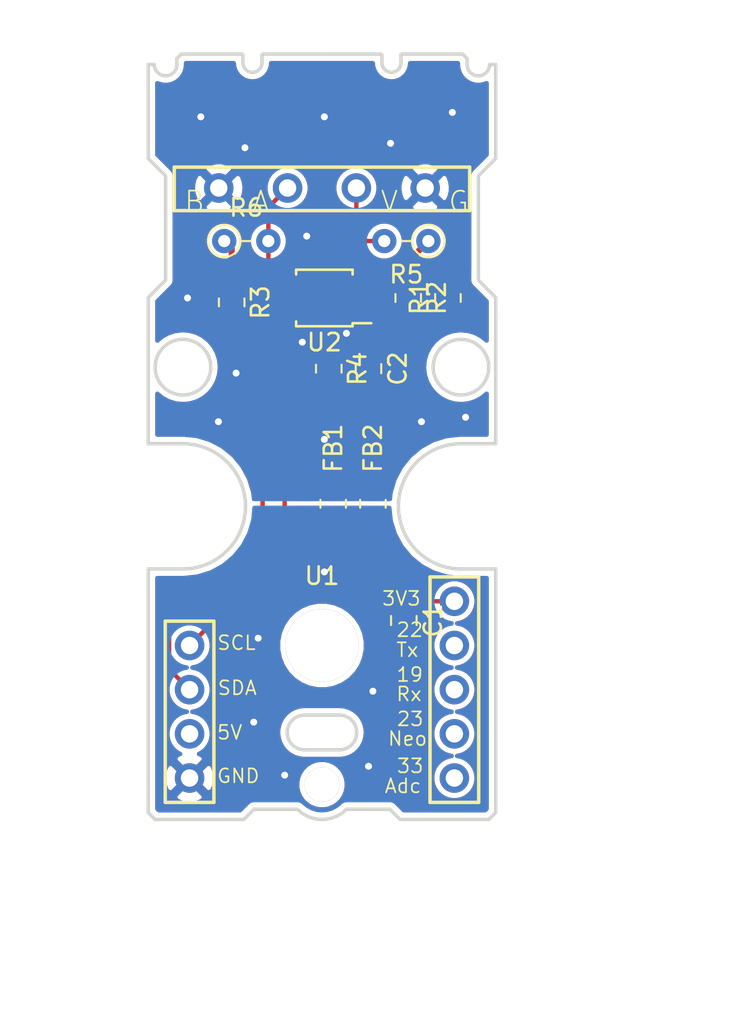
<source format=kicad_pcb>
(kicad_pcb (version 20171130) (host pcbnew 5.1.12-1.fc34)

  (general
    (thickness 1.6)
    (drawings 0)
    (tracks 75)
    (zones 0)
    (modules 12)
    (nets 17)
  )

  (page A4)
  (layers
    (0 F.Cu signal)
    (31 B.Cu signal)
    (32 B.Adhes user)
    (33 F.Adhes user)
    (34 B.Paste user)
    (35 F.Paste user)
    (36 B.SilkS user)
    (37 F.SilkS user)
    (38 B.Mask user)
    (39 F.Mask user)
    (40 Dwgs.User user)
    (41 Cmts.User user)
    (42 Eco1.User user)
    (43 Eco2.User user)
    (44 Edge.Cuts user)
    (45 Margin user)
    (46 B.CrtYd user)
    (47 F.CrtYd user)
    (48 B.Fab user)
    (49 F.Fab user)
  )

  (setup
    (last_trace_width 0.25)
    (trace_clearance 0.2)
    (zone_clearance 0.3)
    (zone_45_only no)
    (trace_min 0.2)
    (via_size 0.8)
    (via_drill 0.4)
    (via_min_size 0.4)
    (via_min_drill 0.3)
    (uvia_size 0.3)
    (uvia_drill 0.1)
    (uvias_allowed no)
    (uvia_min_size 0.2)
    (uvia_min_drill 0.1)
    (edge_width 0.05)
    (segment_width 0.2)
    (pcb_text_width 0.3)
    (pcb_text_size 1.5 1.5)
    (mod_edge_width 0.12)
    (mod_text_size 1 1)
    (mod_text_width 0.15)
    (pad_size 1.524 1.524)
    (pad_drill 0.762)
    (pad_to_mask_clearance 0)
    (aux_axis_origin 0 0)
    (visible_elements FFFFFF7F)
    (pcbplotparams
      (layerselection 0x010fc_ffffffff)
      (usegerberextensions false)
      (usegerberattributes true)
      (usegerberadvancedattributes true)
      (creategerberjobfile true)
      (excludeedgelayer true)
      (linewidth 0.100000)
      (plotframeref false)
      (viasonmask false)
      (mode 1)
      (useauxorigin false)
      (hpglpennumber 1)
      (hpglpenspeed 20)
      (hpglpendiameter 15.000000)
      (psnegative false)
      (psa4output false)
      (plotreference true)
      (plotvalue true)
      (plotinvisibletext false)
      (padsonsilk false)
      (subtractmaskfromsilk false)
      (outputformat 1)
      (mirror false)
      (drillshape 1)
      (scaleselection 1)
      (outputdirectory "../FAB/m5atom-2x-thermistor/"))
  )

  (net 0 "")
  (net 1 /CLK)
  (net 2 /SDA)
  (net 3 +3V3)
  (net 4 "Net-(U2-Pad5)")
  (net 5 GND)
  (net 6 "Net-(U1-Pad8)")
  (net 7 "Net-(U1-Pad6)")
  (net 8 "Net-(U1-Pad9)")
  (net 9 "Net-(U1-Pad7)")
  (net 10 +5V)
  (net 11 "Net-(C1-Pad1)")
  (net 12 "Net-(R1-Pad1)")
  (net 13 "Net-(R2-Pad2)")
  (net 14 GNDA)
  (net 15 "Net-(R5-Pad2)")
  (net 16 "Net-(R6-Pad2)")

  (net_class Default "This is the default net class."
    (clearance 0.2)
    (trace_width 0.25)
    (via_dia 0.8)
    (via_drill 0.4)
    (uvia_dia 0.3)
    (uvia_drill 0.1)
    (add_net /CLK)
    (add_net /SDA)
    (add_net "Net-(C1-Pad1)")
    (add_net "Net-(R1-Pad1)")
    (add_net "Net-(R2-Pad2)")
    (add_net "Net-(R5-Pad2)")
    (add_net "Net-(R6-Pad2)")
    (add_net "Net-(U1-Pad6)")
    (add_net "Net-(U1-Pad7)")
    (add_net "Net-(U1-Pad8)")
    (add_net "Net-(U1-Pad9)")
    (add_net "Net-(U2-Pad5)")
  )

  (net_class Supply ""
    (clearance 0.2)
    (trace_width 0.35)
    (via_dia 0.8)
    (via_drill 0.4)
    (uvia_dia 0.3)
    (uvia_drill 0.1)
    (add_net +3V3)
    (add_net +5V)
    (add_net GND)
    (add_net GNDA)
  )

  (module Resistor_THT:R_Axial_DIN0204_L3.6mm_D1.6mm_P2.54mm_Vertical (layer F.Cu) (tedit 5AE5139B) (tstamp 6029E348)
    (at 114.125 77.5)
    (descr "Resistor, Axial_DIN0204 series, Axial, Vertical, pin pitch=2.54mm, 0.167W, length*diameter=3.6*1.6mm^2, http://cdn-reichelt.de/documents/datenblatt/B400/1_4W%23YAG.pdf")
    (tags "Resistor Axial_DIN0204 series Axial Vertical pin pitch 2.54mm 0.167W length 3.6mm diameter 1.6mm")
    (path /6033A3D4)
    (fp_text reference R6 (at 1.27 -1.92) (layer F.SilkS)
      (effects (font (size 1 1) (thickness 0.15)))
    )
    (fp_text value 200k (at 1.27 1.92) (layer F.Fab)
      (effects (font (size 1 1) (thickness 0.15)))
    )
    (fp_line (start 3.49 -1.05) (end -1.05 -1.05) (layer F.CrtYd) (width 0.05))
    (fp_line (start 3.49 1.05) (end 3.49 -1.05) (layer F.CrtYd) (width 0.05))
    (fp_line (start -1.05 1.05) (end 3.49 1.05) (layer F.CrtYd) (width 0.05))
    (fp_line (start -1.05 -1.05) (end -1.05 1.05) (layer F.CrtYd) (width 0.05))
    (fp_line (start 0.92 0) (end 1.54 0) (layer F.SilkS) (width 0.12))
    (fp_line (start 0 0) (end 2.54 0) (layer F.Fab) (width 0.1))
    (fp_circle (center 0 0) (end 0.92 0) (layer F.SilkS) (width 0.12))
    (fp_circle (center 0 0) (end 0.8 0) (layer F.Fab) (width 0.1))
    (fp_text user %R (at 1.27 -1.92) (layer F.Fab)
      (effects (font (size 1 1) (thickness 0.15)))
    )
    (pad 2 thru_hole oval (at 2.54 0) (size 1.4 1.4) (drill 0.7) (layers *.Cu *.Mask)
      (net 16 "Net-(R6-Pad2)"))
    (pad 1 thru_hole circle (at 0 0) (size 1.4 1.4) (drill 0.7) (layers *.Cu *.Mask)
      (net 3 +3V3))
    (model ${KISYS3DMOD}/Resistor_THT.3dshapes/R_Axial_DIN0204_L3.6mm_D1.6mm_P2.54mm_Vertical.wrl
      (at (xyz 0 0 0))
      (scale (xyz 1 1 1))
      (rotate (xyz 0 0 0))
    )
  )

  (module Resistor_THT:R_Axial_DIN0204_L3.6mm_D1.6mm_P2.54mm_Vertical (layer F.Cu) (tedit 5AE5139B) (tstamp 6029E339)
    (at 125.875 77.5 180)
    (descr "Resistor, Axial_DIN0204 series, Axial, Vertical, pin pitch=2.54mm, 0.167W, length*diameter=3.6*1.6mm^2, http://cdn-reichelt.de/documents/datenblatt/B400/1_4W%23YAG.pdf")
    (tags "Resistor Axial_DIN0204 series Axial Vertical pin pitch 2.54mm 0.167W length 3.6mm diameter 1.6mm")
    (path /6033B099)
    (fp_text reference R5 (at 1.27 -1.92) (layer F.SilkS)
      (effects (font (size 1 1) (thickness 0.15)))
    )
    (fp_text value 200k (at 1.27 1.92) (layer F.Fab)
      (effects (font (size 1 1) (thickness 0.15)))
    )
    (fp_line (start 3.49 -1.05) (end -1.05 -1.05) (layer F.CrtYd) (width 0.05))
    (fp_line (start 3.49 1.05) (end 3.49 -1.05) (layer F.CrtYd) (width 0.05))
    (fp_line (start -1.05 1.05) (end 3.49 1.05) (layer F.CrtYd) (width 0.05))
    (fp_line (start -1.05 -1.05) (end -1.05 1.05) (layer F.CrtYd) (width 0.05))
    (fp_line (start 0.92 0) (end 1.54 0) (layer F.SilkS) (width 0.12))
    (fp_line (start 0 0) (end 2.54 0) (layer F.Fab) (width 0.1))
    (fp_circle (center 0 0) (end 0.92 0) (layer F.SilkS) (width 0.12))
    (fp_circle (center 0 0) (end 0.8 0) (layer F.Fab) (width 0.1))
    (fp_text user %R (at 1.27 -1.92) (layer F.Fab)
      (effects (font (size 1 1) (thickness 0.15)))
    )
    (pad 2 thru_hole oval (at 2.54 0 180) (size 1.4 1.4) (drill 0.7) (layers *.Cu *.Mask)
      (net 15 "Net-(R5-Pad2)"))
    (pad 1 thru_hole circle (at 0 0 180) (size 1.4 1.4) (drill 0.7) (layers *.Cu *.Mask)
      (net 3 +3V3))
    (model ${KISYS3DMOD}/Resistor_THT.3dshapes/R_Axial_DIN0204_L3.6mm_D1.6mm_P2.54mm_Vertical.wrl
      (at (xyz 0 0 0))
      (scale (xyz 1 1 1))
      (rotate (xyz 0 0 0))
    )
  )

  (module Resistor_SMD:R_0805_2012Metric (layer F.Cu) (tedit 5F68FEEE) (tstamp 60299932)
    (at 120.142 84.836 270)
    (descr "Resistor SMD 0805 (2012 Metric), square (rectangular) end terminal, IPC_7351 nominal, (Body size source: IPC-SM-782 page 72, https://www.pcb-3d.com/wordpress/wp-content/uploads/ipc-sm-782a_amendment_1_and_2.pdf), generated with kicad-footprint-generator")
    (tags resistor)
    (path /602B67DA)
    (attr smd)
    (fp_text reference R4 (at 0 -1.65 90) (layer F.SilkS)
      (effects (font (size 1 1) (thickness 0.15)))
    )
    (fp_text value 10k (at 0 1.65 90) (layer F.Fab)
      (effects (font (size 1 1) (thickness 0.15)))
    )
    (fp_line (start 1.68 0.95) (end -1.68 0.95) (layer F.CrtYd) (width 0.05))
    (fp_line (start 1.68 -0.95) (end 1.68 0.95) (layer F.CrtYd) (width 0.05))
    (fp_line (start -1.68 -0.95) (end 1.68 -0.95) (layer F.CrtYd) (width 0.05))
    (fp_line (start -1.68 0.95) (end -1.68 -0.95) (layer F.CrtYd) (width 0.05))
    (fp_line (start -0.227064 0.735) (end 0.227064 0.735) (layer F.SilkS) (width 0.12))
    (fp_line (start -0.227064 -0.735) (end 0.227064 -0.735) (layer F.SilkS) (width 0.12))
    (fp_line (start 1 0.625) (end -1 0.625) (layer F.Fab) (width 0.1))
    (fp_line (start 1 -0.625) (end 1 0.625) (layer F.Fab) (width 0.1))
    (fp_line (start -1 -0.625) (end 1 -0.625) (layer F.Fab) (width 0.1))
    (fp_line (start -1 0.625) (end -1 -0.625) (layer F.Fab) (width 0.1))
    (fp_text user %R (at 0 0 90) (layer F.Fab)
      (effects (font (size 0.5 0.5) (thickness 0.08)))
    )
    (pad 2 smd roundrect (at 0.9125 0 270) (size 1.025 1.4) (layers F.Cu F.Paste F.Mask) (roundrect_rratio 0.243902)
      (net 1 /CLK))
    (pad 1 smd roundrect (at -0.9125 0 270) (size 1.025 1.4) (layers F.Cu F.Paste F.Mask) (roundrect_rratio 0.243902)
      (net 3 +3V3))
    (model ${KISYS3DMOD}/Resistor_SMD.3dshapes/R_0805_2012Metric.wrl
      (at (xyz 0 0 0))
      (scale (xyz 1 1 1))
      (rotate (xyz 0 0 0))
    )
  )

  (module Resistor_SMD:R_0805_2012Metric (layer F.Cu) (tedit 5F68FEEE) (tstamp 60299921)
    (at 114.554 81.026 270)
    (descr "Resistor SMD 0805 (2012 Metric), square (rectangular) end terminal, IPC_7351 nominal, (Body size source: IPC-SM-782 page 72, https://www.pcb-3d.com/wordpress/wp-content/uploads/ipc-sm-782a_amendment_1_and_2.pdf), generated with kicad-footprint-generator")
    (tags resistor)
    (path /602B62BE)
    (attr smd)
    (fp_text reference R3 (at 0 -1.65 90) (layer F.SilkS)
      (effects (font (size 1 1) (thickness 0.15)))
    )
    (fp_text value 10k (at 0 1.65 90) (layer F.Fab)
      (effects (font (size 1 1) (thickness 0.15)))
    )
    (fp_line (start 1.68 0.95) (end -1.68 0.95) (layer F.CrtYd) (width 0.05))
    (fp_line (start 1.68 -0.95) (end 1.68 0.95) (layer F.CrtYd) (width 0.05))
    (fp_line (start -1.68 -0.95) (end 1.68 -0.95) (layer F.CrtYd) (width 0.05))
    (fp_line (start -1.68 0.95) (end -1.68 -0.95) (layer F.CrtYd) (width 0.05))
    (fp_line (start -0.227064 0.735) (end 0.227064 0.735) (layer F.SilkS) (width 0.12))
    (fp_line (start -0.227064 -0.735) (end 0.227064 -0.735) (layer F.SilkS) (width 0.12))
    (fp_line (start 1 0.625) (end -1 0.625) (layer F.Fab) (width 0.1))
    (fp_line (start 1 -0.625) (end 1 0.625) (layer F.Fab) (width 0.1))
    (fp_line (start -1 -0.625) (end 1 -0.625) (layer F.Fab) (width 0.1))
    (fp_line (start -1 0.625) (end -1 -0.625) (layer F.Fab) (width 0.1))
    (fp_text user %R (at 0 0 90) (layer F.Fab)
      (effects (font (size 0.5 0.5) (thickness 0.08)))
    )
    (pad 2 smd roundrect (at 0.9125 0 270) (size 1.025 1.4) (layers F.Cu F.Paste F.Mask) (roundrect_rratio 0.243902)
      (net 2 /SDA))
    (pad 1 smd roundrect (at -0.9125 0 270) (size 1.025 1.4) (layers F.Cu F.Paste F.Mask) (roundrect_rratio 0.243902)
      (net 3 +3V3))
    (model ${KISYS3DMOD}/Resistor_SMD.3dshapes/R_0805_2012Metric.wrl
      (at (xyz 0 0 0))
      (scale (xyz 1 1 1))
      (rotate (xyz 0 0 0))
    )
  )

  (module Resistor_SMD:R_0805_2012Metric (layer F.Cu) (tedit 5F68FEEE) (tstamp 60299910)
    (at 124.714 80.772 270)
    (descr "Resistor SMD 0805 (2012 Metric), square (rectangular) end terminal, IPC_7351 nominal, (Body size source: IPC-SM-782 page 72, https://www.pcb-3d.com/wordpress/wp-content/uploads/ipc-sm-782a_amendment_1_and_2.pdf), generated with kicad-footprint-generator")
    (tags resistor)
    (path /6030CB0A)
    (attr smd)
    (fp_text reference R2 (at 0 -1.65 90) (layer F.SilkS)
      (effects (font (size 1 1) (thickness 0.15)))
    )
    (fp_text value 10k (at 0 1.65 90) (layer F.Fab)
      (effects (font (size 1 1) (thickness 0.15)))
    )
    (fp_line (start 1.68 0.95) (end -1.68 0.95) (layer F.CrtYd) (width 0.05))
    (fp_line (start 1.68 -0.95) (end 1.68 0.95) (layer F.CrtYd) (width 0.05))
    (fp_line (start -1.68 -0.95) (end 1.68 -0.95) (layer F.CrtYd) (width 0.05))
    (fp_line (start -1.68 0.95) (end -1.68 -0.95) (layer F.CrtYd) (width 0.05))
    (fp_line (start -0.227064 0.735) (end 0.227064 0.735) (layer F.SilkS) (width 0.12))
    (fp_line (start -0.227064 -0.735) (end 0.227064 -0.735) (layer F.SilkS) (width 0.12))
    (fp_line (start 1 0.625) (end -1 0.625) (layer F.Fab) (width 0.1))
    (fp_line (start 1 -0.625) (end 1 0.625) (layer F.Fab) (width 0.1))
    (fp_line (start -1 -0.625) (end 1 -0.625) (layer F.Fab) (width 0.1))
    (fp_line (start -1 0.625) (end -1 -0.625) (layer F.Fab) (width 0.1))
    (fp_text user %R (at 0 0 90) (layer F.Fab)
      (effects (font (size 0.5 0.5) (thickness 0.08)))
    )
    (pad 2 smd roundrect (at 0.9125 0 270) (size 1.025 1.4) (layers F.Cu F.Paste F.Mask) (roundrect_rratio 0.243902)
      (net 13 "Net-(R2-Pad2)"))
    (pad 1 smd roundrect (at -0.9125 0 270) (size 1.025 1.4) (layers F.Cu F.Paste F.Mask) (roundrect_rratio 0.243902)
      (net 3 +3V3))
    (model ${KISYS3DMOD}/Resistor_SMD.3dshapes/R_0805_2012Metric.wrl
      (at (xyz 0 0 0))
      (scale (xyz 1 1 1))
      (rotate (xyz 0 0 0))
    )
  )

  (module Resistor_SMD:R_0805_2012Metric (layer F.Cu) (tedit 5F68FEEE) (tstamp 602998FF)
    (at 127 80.772 90)
    (descr "Resistor SMD 0805 (2012 Metric), square (rectangular) end terminal, IPC_7351 nominal, (Body size source: IPC-SM-782 page 72, https://www.pcb-3d.com/wordpress/wp-content/uploads/ipc-sm-782a_amendment_1_and_2.pdf), generated with kicad-footprint-generator")
    (tags resistor)
    (path /602946E4)
    (attr smd)
    (fp_text reference R1 (at 0 -1.65 90) (layer F.SilkS)
      (effects (font (size 1 1) (thickness 0.15)))
    )
    (fp_text value 10k (at 0 1.65 90) (layer F.Fab)
      (effects (font (size 1 1) (thickness 0.15)))
    )
    (fp_line (start 1.68 0.95) (end -1.68 0.95) (layer F.CrtYd) (width 0.05))
    (fp_line (start 1.68 -0.95) (end 1.68 0.95) (layer F.CrtYd) (width 0.05))
    (fp_line (start -1.68 -0.95) (end 1.68 -0.95) (layer F.CrtYd) (width 0.05))
    (fp_line (start -1.68 0.95) (end -1.68 -0.95) (layer F.CrtYd) (width 0.05))
    (fp_line (start -0.227064 0.735) (end 0.227064 0.735) (layer F.SilkS) (width 0.12))
    (fp_line (start -0.227064 -0.735) (end 0.227064 -0.735) (layer F.SilkS) (width 0.12))
    (fp_line (start 1 0.625) (end -1 0.625) (layer F.Fab) (width 0.1))
    (fp_line (start 1 -0.625) (end 1 0.625) (layer F.Fab) (width 0.1))
    (fp_line (start -1 -0.625) (end 1 -0.625) (layer F.Fab) (width 0.1))
    (fp_line (start -1 0.625) (end -1 -0.625) (layer F.Fab) (width 0.1))
    (fp_text user %R (at 0 0 90) (layer F.Fab)
      (effects (font (size 0.5 0.5) (thickness 0.08)))
    )
    (pad 2 smd roundrect (at 0.9125 0 90) (size 1.025 1.4) (layers F.Cu F.Paste F.Mask) (roundrect_rratio 0.243902)
      (net 14 GNDA))
    (pad 1 smd roundrect (at -0.9125 0 90) (size 1.025 1.4) (layers F.Cu F.Paste F.Mask) (roundrect_rratio 0.243902)
      (net 12 "Net-(R1-Pad1)"))
    (model ${KISYS3DMOD}/Resistor_SMD.3dshapes/R_0805_2012Metric.wrl
      (at (xyz 0 0 0))
      (scale (xyz 1 1 1))
      (rotate (xyz 0 0 0))
    )
  )

  (module Resistor_SMD:R_0805_2012Metric (layer F.Cu) (tedit 5F68FEEE) (tstamp 6029AEB3)
    (at 122.682 92.6065 270)
    (descr "Resistor SMD 0805 (2012 Metric), square (rectangular) end terminal, IPC_7351 nominal, (Body size source: IPC-SM-782 page 72, https://www.pcb-3d.com/wordpress/wp-content/uploads/ipc-sm-782a_amendment_1_and_2.pdf), generated with kicad-footprint-generator")
    (tags resistor)
    (path /6029ED0A)
    (attr smd)
    (fp_text reference FB2 (at -3.1985 0 90) (layer F.SilkS)
      (effects (font (size 1 1) (thickness 0.15)))
    )
    (fp_text value Ferrite_Bead (at 0 1.65 90) (layer F.Fab)
      (effects (font (size 1 1) (thickness 0.15)))
    )
    (fp_line (start 1.68 0.95) (end -1.68 0.95) (layer F.CrtYd) (width 0.05))
    (fp_line (start 1.68 -0.95) (end 1.68 0.95) (layer F.CrtYd) (width 0.05))
    (fp_line (start -1.68 -0.95) (end 1.68 -0.95) (layer F.CrtYd) (width 0.05))
    (fp_line (start -1.68 0.95) (end -1.68 -0.95) (layer F.CrtYd) (width 0.05))
    (fp_line (start -0.227064 0.735) (end 0.227064 0.735) (layer F.SilkS) (width 0.12))
    (fp_line (start -0.227064 -0.735) (end 0.227064 -0.735) (layer F.SilkS) (width 0.12))
    (fp_line (start 1 0.625) (end -1 0.625) (layer F.Fab) (width 0.1))
    (fp_line (start 1 -0.625) (end 1 0.625) (layer F.Fab) (width 0.1))
    (fp_line (start -1 -0.625) (end 1 -0.625) (layer F.Fab) (width 0.1))
    (fp_line (start -1 0.625) (end -1 -0.625) (layer F.Fab) (width 0.1))
    (fp_text user %R (at 0 0 90) (layer F.Fab)
      (effects (font (size 0.5 0.5) (thickness 0.08)))
    )
    (pad 2 smd roundrect (at 0.9125 0 270) (size 1.025 1.4) (layers F.Cu F.Paste F.Mask) (roundrect_rratio 0.243902)
      (net 11 "Net-(C1-Pad1)"))
    (pad 1 smd roundrect (at -0.9125 0 270) (size 1.025 1.4) (layers F.Cu F.Paste F.Mask) (roundrect_rratio 0.243902)
      (net 3 +3V3))
    (model ${KISYS3DMOD}/Resistor_SMD.3dshapes/R_0805_2012Metric.wrl
      (at (xyz 0 0 0))
      (scale (xyz 1 1 1))
      (rotate (xyz 0 0 0))
    )
  )

  (module Resistor_SMD:R_0805_2012Metric (layer F.Cu) (tedit 5F68FEEE) (tstamp 602998DD)
    (at 120.396 92.6065 90)
    (descr "Resistor SMD 0805 (2012 Metric), square (rectangular) end terminal, IPC_7351 nominal, (Body size source: IPC-SM-782 page 72, https://www.pcb-3d.com/wordpress/wp-content/uploads/ipc-sm-782a_amendment_1_and_2.pdf), generated with kicad-footprint-generator")
    (tags resistor)
    (path /60295887)
    (attr smd)
    (fp_text reference FB1 (at 3.1985 0 90) (layer F.SilkS)
      (effects (font (size 1 1) (thickness 0.15)))
    )
    (fp_text value Ferrite_Bead (at 0 1.65 90) (layer F.Fab)
      (effects (font (size 1 1) (thickness 0.15)))
    )
    (fp_line (start 1.68 0.95) (end -1.68 0.95) (layer F.CrtYd) (width 0.05))
    (fp_line (start 1.68 -0.95) (end 1.68 0.95) (layer F.CrtYd) (width 0.05))
    (fp_line (start -1.68 -0.95) (end 1.68 -0.95) (layer F.CrtYd) (width 0.05))
    (fp_line (start -1.68 0.95) (end -1.68 -0.95) (layer F.CrtYd) (width 0.05))
    (fp_line (start -0.227064 0.735) (end 0.227064 0.735) (layer F.SilkS) (width 0.12))
    (fp_line (start -0.227064 -0.735) (end 0.227064 -0.735) (layer F.SilkS) (width 0.12))
    (fp_line (start 1 0.625) (end -1 0.625) (layer F.Fab) (width 0.1))
    (fp_line (start 1 -0.625) (end 1 0.625) (layer F.Fab) (width 0.1))
    (fp_line (start -1 -0.625) (end 1 -0.625) (layer F.Fab) (width 0.1))
    (fp_line (start -1 0.625) (end -1 -0.625) (layer F.Fab) (width 0.1))
    (fp_text user %R (at 0 0 90) (layer F.Fab)
      (effects (font (size 0.5 0.5) (thickness 0.08)))
    )
    (pad 2 smd roundrect (at 0.9125 0 90) (size 1.025 1.4) (layers F.Cu F.Paste F.Mask) (roundrect_rratio 0.243902)
      (net 14 GNDA))
    (pad 1 smd roundrect (at -0.9125 0 90) (size 1.025 1.4) (layers F.Cu F.Paste F.Mask) (roundrect_rratio 0.243902)
      (net 5 GND))
    (model ${KISYS3DMOD}/Resistor_SMD.3dshapes/R_0805_2012Metric.wrl
      (at (xyz 0 0 0))
      (scale (xyz 1 1 1))
      (rotate (xyz 0 0 0))
    )
  )

  (module Capacitor_SMD:C_0805_2012Metric (layer F.Cu) (tedit 5F68FEEE) (tstamp 6029ADDD)
    (at 122.428 84.836 270)
    (descr "Capacitor SMD 0805 (2012 Metric), square (rectangular) end terminal, IPC_7351 nominal, (Body size source: IPC-SM-782 page 76, https://www.pcb-3d.com/wordpress/wp-content/uploads/ipc-sm-782a_amendment_1_and_2.pdf, https://docs.google.com/spreadsheets/d/1BsfQQcO9C6DZCsRaXUlFlo91Tg2WpOkGARC1WS5S8t0/edit?usp=sharing), generated with kicad-footprint-generator")
    (tags capacitor)
    (path /60294C35)
    (attr smd)
    (fp_text reference C2 (at 0 -1.68 90) (layer F.SilkS)
      (effects (font (size 1 1) (thickness 0.15)))
    )
    (fp_text value 1uF (at 0 1.68 90) (layer F.Fab)
      (effects (font (size 1 1) (thickness 0.15)))
    )
    (fp_line (start 1.7 0.98) (end -1.7 0.98) (layer F.CrtYd) (width 0.05))
    (fp_line (start 1.7 -0.98) (end 1.7 0.98) (layer F.CrtYd) (width 0.05))
    (fp_line (start -1.7 -0.98) (end 1.7 -0.98) (layer F.CrtYd) (width 0.05))
    (fp_line (start -1.7 0.98) (end -1.7 -0.98) (layer F.CrtYd) (width 0.05))
    (fp_line (start -0.261252 0.735) (end 0.261252 0.735) (layer F.SilkS) (width 0.12))
    (fp_line (start -0.261252 -0.735) (end 0.261252 -0.735) (layer F.SilkS) (width 0.12))
    (fp_line (start 1 0.625) (end -1 0.625) (layer F.Fab) (width 0.1))
    (fp_line (start 1 -0.625) (end 1 0.625) (layer F.Fab) (width 0.1))
    (fp_line (start -1 -0.625) (end 1 -0.625) (layer F.Fab) (width 0.1))
    (fp_line (start -1 0.625) (end -1 -0.625) (layer F.Fab) (width 0.1))
    (fp_text user %R (at 0 0 90) (layer F.Fab)
      (effects (font (size 0.5 0.5) (thickness 0.08)))
    )
    (pad 2 smd roundrect (at 0.95 0 270) (size 1 1.45) (layers F.Cu F.Paste F.Mask) (roundrect_rratio 0.25)
      (net 14 GNDA))
    (pad 1 smd roundrect (at -0.95 0 270) (size 1 1.45) (layers F.Cu F.Paste F.Mask) (roundrect_rratio 0.25)
      (net 3 +3V3))
    (model ${KISYS3DMOD}/Capacitor_SMD.3dshapes/C_0805_2012Metric.wrl
      (at (xyz 0 0 0))
      (scale (xyz 1 1 1))
      (rotate (xyz 0 0 0))
    )
  )

  (module Capacitor_SMD:C_0805_2012Metric (layer F.Cu) (tedit 5F68FEEE) (tstamp 602998BB)
    (at 124.46 99.314 270)
    (descr "Capacitor SMD 0805 (2012 Metric), square (rectangular) end terminal, IPC_7351 nominal, (Body size source: IPC-SM-782 page 76, https://www.pcb-3d.com/wordpress/wp-content/uploads/ipc-sm-782a_amendment_1_and_2.pdf, https://docs.google.com/spreadsheets/d/1BsfQQcO9C6DZCsRaXUlFlo91Tg2WpOkGARC1WS5S8t0/edit?usp=sharing), generated with kicad-footprint-generator")
    (tags capacitor)
    (path /602FDF19)
    (attr smd)
    (fp_text reference C1 (at 0 -1.68 90) (layer F.SilkS)
      (effects (font (size 1 1) (thickness 0.15)))
    )
    (fp_text value 1uF (at 0 1.68 90) (layer F.Fab)
      (effects (font (size 1 1) (thickness 0.15)))
    )
    (fp_line (start 1.7 0.98) (end -1.7 0.98) (layer F.CrtYd) (width 0.05))
    (fp_line (start 1.7 -0.98) (end 1.7 0.98) (layer F.CrtYd) (width 0.05))
    (fp_line (start -1.7 -0.98) (end 1.7 -0.98) (layer F.CrtYd) (width 0.05))
    (fp_line (start -1.7 0.98) (end -1.7 -0.98) (layer F.CrtYd) (width 0.05))
    (fp_line (start -0.261252 0.735) (end 0.261252 0.735) (layer F.SilkS) (width 0.12))
    (fp_line (start -0.261252 -0.735) (end 0.261252 -0.735) (layer F.SilkS) (width 0.12))
    (fp_line (start 1 0.625) (end -1 0.625) (layer F.Fab) (width 0.1))
    (fp_line (start 1 -0.625) (end 1 0.625) (layer F.Fab) (width 0.1))
    (fp_line (start -1 -0.625) (end 1 -0.625) (layer F.Fab) (width 0.1))
    (fp_line (start -1 0.625) (end -1 -0.625) (layer F.Fab) (width 0.1))
    (fp_text user %R (at 0 0 90) (layer F.Fab)
      (effects (font (size 0.5 0.5) (thickness 0.08)))
    )
    (pad 2 smd roundrect (at 0.95 0 270) (size 1 1.45) (layers F.Cu F.Paste F.Mask) (roundrect_rratio 0.25)
      (net 5 GND))
    (pad 1 smd roundrect (at -0.95 0 270) (size 1 1.45) (layers F.Cu F.Paste F.Mask) (roundrect_rratio 0.25)
      (net 11 "Net-(C1-Pad1)"))
    (model ${KISYS3DMOD}/Capacitor_SMD.3dshapes/C_0805_2012Metric.wrl
      (at (xyz 0 0 0))
      (scale (xyz 1 1 1))
      (rotate (xyz 0 0 0))
    )
  )

  (module m5atom-footprints:ProtoKit_3.96Plug locked (layer F.Cu) (tedit 6027FFE6) (tstamp 60286371)
    (at 119.75 100.75)
    (path /60280DDF)
    (fp_text reference U1 (at 0 -4) (layer F.SilkS)
      (effects (font (size 1 1) (thickness 0.15)))
    )
    (fp_text value M5_Atom_3.96Plug (at 0 -6) (layer F.Fab)
      (effects (font (size 1 1) (thickness 0.15)))
    )
    (fp_line (start 4.5 10) (end 9.6 10) (layer Edge.Cuts) (width 0.2))
    (fp_line (start -8.6 -11.6) (end -8 -11.6) (layer Edge.Cuts) (width 0.2))
    (fp_line (start -10 -11.6) (end -8.6 -11.6) (layer Edge.Cuts) (width 0.2))
    (fp_line (start -10 -11.6) (end -10 -19.25) (layer Edge.Cuts) (width 0.2))
    (fp_line (start -4.6 -34) (end -4.55 -33.95) (layer Edge.Cuts) (width 0.2))
    (fp_line (start 10 -11.6) (end 10 -19.25) (layer Edge.Cuts) (width 0.2))
    (fp_line (start -3.45 -33.5) (end -3.45 -33.95) (layer Edge.Cuts) (width 0.2))
    (fp_line (start -4.5 10) (end -3.91422 9.41422) (layer Edge.Cuts) (width 0.2))
    (fp_line (start 8.6 -11.6) (end 10 -11.6) (layer Edge.Cuts) (width 0.2))
    (fp_line (start 8 -11.6) (end 8.6 -11.6) (layer Edge.Cuts) (width 0.2))
    (fp_line (start 3.4 -34) (end 3.45 -33.95) (layer Edge.Cuts) (width 0.2))
    (fp_line (start 9 -27) (end 10 -28) (layer Edge.Cuts) (width 0.2))
    (fp_line (start 1.41421 9.41422) (end 3.91422 9.41422) (layer Edge.Cuts) (width 0.2))
    (fp_line (start -10 -19.99999) (end -9 -20.99999) (layer Edge.Cuts) (width 0.2))
    (fp_line (start -10 -19.25) (end -10 -19.99999) (layer Edge.Cuts) (width 0.2))
    (fp_line (start 8 -4.4) (end 8.6 -4.4) (layer Edge.Cuts) (width 0.2))
    (fp_line (start 8.1 -34) (end 8.35 -33.75) (layer Edge.Cuts) (width 0.2))
    (fp_line (start 8.35 -33.4) (end 8.35 -33.75) (layer Edge.Cuts) (width 0.2))
    (fp_line (start 9.6 10) (end 10 9.6) (layer Edge.Cuts) (width 0.2))
    (fp_line (start -10 -1.49) (end -10 -4.4) (layer Edge.Cuts) (width 0.2))
    (fp_line (start -10 -28) (end -10 -32.99999) (layer Edge.Cuts) (width 0.2))
    (fp_line (start 10 -28) (end 10 -33.4) (layer Edge.Cuts) (width 0.2))
    (fp_line (start -9.6 10) (end -4.5 10) (layer Edge.Cuts) (width 0.2))
    (fp_line (start 10 -19.25) (end 10 -19.99999) (layer Edge.Cuts) (width 0.2))
    (fp_line (start -4.55 -33.5) (end -4.55 -33.95) (layer Edge.Cuts) (width 0.2))
    (fp_line (start 10 4.9) (end 10 0.6) (layer Edge.Cuts) (width 0.2))
    (fp_line (start 10 9.6) (end 10 4.9) (layer Edge.Cuts) (width 0.2))
    (fp_line (start -1 4) (end 1 4) (layer Edge.Cuts) (width 0.2))
    (fp_line (start -1 6) (end 1 6) (layer Edge.Cuts) (width 0.2))
    (fp_line (start -8.6 -4.4) (end -8 -4.4) (layer Edge.Cuts) (width 0.2))
    (fp_line (start 9 -20.99999) (end 10 -19.99999) (layer Edge.Cuts) (width 0.2))
    (fp_line (start -10 -4.4) (end -8.6 -4.4) (layer Edge.Cuts) (width 0.2))
    (fp_line (start 10 0.6) (end 10 -4.4) (layer Edge.Cuts) (width 0.2))
    (fp_line (start 9 -20.99999) (end 9 -27) (layer Edge.Cuts) (width 0.2))
    (fp_line (start -9 -20.99999) (end -9 -27) (layer Edge.Cuts) (width 0.2))
    (fp_line (start -8.1 -34) (end -7.5 -34) (layer Edge.Cuts) (width 0.2))
    (fp_line (start 9.65 -33.4) (end 10 -33.4) (layer Edge.Cuts) (width 0.2))
    (fp_line (start 4.55 -33.95) (end 4.6 -34) (layer Edge.Cuts) (width 0.2))
    (fp_line (start 4.55 -33.5) (end 4.55 -33.95) (layer Edge.Cuts) (width 0.2))
    (fp_line (start 7.5 -34) (end 8.1 -34) (layer Edge.Cuts) (width 0.2))
    (fp_line (start 6.22 9.02) (end 9.02 9.02) (layer F.SilkS) (width 0.2))
    (fp_line (start 6.22 -3.94) (end 9.02 -3.94) (layer F.SilkS) (width 0.2))
    (fp_line (start -9.02 -1.4) (end -6.22 -1.4) (layer F.SilkS) (width 0.2))
    (fp_line (start -9.02 9.02) (end -9.02 -1.4) (layer F.SilkS) (width 0.2))
    (fp_line (start 0 -34) (end 3.4 -34) (layer Edge.Cuts) (width 0.2))
    (fp_line (start 8.5 -25) (end 8.5 -27.5) (layer F.SilkS) (width 0.2))
    (fp_line (start -8.5 -25) (end 8.5 -25) (layer F.SilkS) (width 0.2))
    (fp_line (start -9.02 9.02) (end -6.22 9.02) (layer F.SilkS) (width 0.2))
    (fp_line (start -6.22 9.02) (end -6.22 -1.4) (layer F.SilkS) (width 0.2))
    (fp_line (start 3.91422 9.41422) (end 4.5 10) (layer Edge.Cuts) (width 0.2))
    (fp_line (start -1.91422 9.41422) (end -1.41421 9.41422) (layer Edge.Cuts) (width 0.2))
    (fp_line (start 4.6 -34) (end 7.5 -34) (layer Edge.Cuts) (width 0.2))
    (fp_line (start -8.5 -25) (end -8.5 -27.5) (layer F.SilkS) (width 0.2))
    (fp_line (start -8.5 -27.5) (end 8.5 -27.5) (layer F.SilkS) (width 0.2))
    (fp_line (start 9.02 9.02) (end 9.02 -3.94) (layer F.SilkS) (width 0.2))
    (fp_line (start 6.22 9.02) (end 6.22 -3.94) (layer F.SilkS) (width 0.2))
    (fp_line (start -3.45 -33.95) (end -3.4 -34) (layer Edge.Cuts) (width 0.2))
    (fp_line (start 8.6 -4.4) (end 10 -4.4) (layer Edge.Cuts) (width 0.2))
    (fp_line (start -3.4 -34) (end 0 -34) (layer Edge.Cuts) (width 0.2))
    (fp_line (start -7.5 -34) (end -4.6 -34) (layer Edge.Cuts) (width 0.2))
    (fp_line (start -10 -33.4) (end -9.65 -33.4) (layer Edge.Cuts) (width 0.2))
    (fp_line (start -10 -32.99999) (end -10 -33.4) (layer Edge.Cuts) (width 0.2))
    (fp_line (start -10 -28) (end -9 -27) (layer Edge.Cuts) (width 0.2))
    (fp_line (start -10 9.6) (end -9.6 10) (layer Edge.Cuts) (width 0.2))
    (fp_line (start -10 9.6) (end -10 8.8) (layer Edge.Cuts) (width 0.2))
    (fp_line (start -10 7.7572) (end -10 -1.49) (layer Edge.Cuts) (width 0.2))
    (fp_line (start -10 8.8) (end -10 7.7572) (layer Edge.Cuts) (width 0.2))
    (fp_line (start -8.35 -33.4) (end -8.35 -33.75) (layer Edge.Cuts) (width 0.2))
    (fp_line (start -8.35 -33.75) (end -8.1 -34) (layer Edge.Cuts) (width 0.2))
    (fp_line (start -3.91422 9.41422) (end -1.91422 9.41422) (layer Edge.Cuts) (width 0.2))
    (fp_line (start 3.45 -33.5) (end 3.45 -33.95) (layer Edge.Cuts) (width 0.2))
    (fp_text user B (at -8 -25.5) (layer F.SilkS)
      (effects (font (size 1.2 1.2) (thickness 0.1)) (justify left))
    )
    (fp_text user 3V3 (at 3.4 -2.7) (layer F.SilkS)
      (effects (font (size 0.8 0.8) (thickness 0.1)) (justify left))
    )
    (fp_text user Neo (at 3.7352 5.3594) (layer F.SilkS)
      (effects (font (size 0.8 0.8) (thickness 0.1)) (justify left))
    )
    (fp_text user Adc (at 3.55 8.075) (layer F.SilkS)
      (effects (font (size 0.8 0.8) (thickness 0.1)) (justify left))
    )
    (fp_text user 22 (at 4.225 -0.9) (layer F.SilkS)
      (effects (font (size 0.8 0.8) (thickness 0.1)) (justify left))
    )
    (fp_text user SCL (at -6.0894 -0.1524) (layer F.SilkS)
      (effects (font (size 0.8 0.8) (thickness 0.1)) (justify left))
    )
    (fp_text user Tx (at 4.2178 0.254) (layer F.SilkS)
      (effects (font (size 0.8 0.8) (thickness 0.1)) (justify left))
    )
    (fp_text user GND (at -6.1 7.5) (layer F.SilkS)
      (effects (font (size 0.8 0.8) (thickness 0.1)) (justify left))
    )
    (fp_text user SDA (at -6.064 2.4384) (layer F.SilkS)
      (effects (font (size 0.8 0.8) (thickness 0.1)) (justify left))
    )
    (fp_text user V (at 3.3 -25.5) (layer F.SilkS)
      (effects (font (size 1.2 1.2) (thickness 0.1)) (justify left))
    )
    (fp_text user G (at 7.2 -25.5) (layer F.SilkS)
      (effects (font (size 1.2 1.2) (thickness 0.1)) (justify left))
    )
    (fp_text user 5V (at -6.1 5) (layer F.SilkS)
      (effects (font (size 0.8 0.8) (thickness 0.1)) (justify left))
    )
    (fp_arc (start -4 -33.5) (end -4.55 -33.5) (angle -180) (layer Edge.Cuts) (width 0.2))
    (fp_arc (start 0 8) (end -1.41421 9.41421) (angle -90) (layer Edge.Cuts) (width 0.2))
    (fp_arc (start 8 -8) (end 8 -11.6) (angle -180) (layer Edge.Cuts) (width 0.2))
    (fp_text user 19 (at 4.225 1.675) (layer F.SilkS)
      (effects (font (size 0.8 0.8) (thickness 0.1)) (justify left))
    )
    (fp_text user 23 (at 4.25 4.225) (layer F.SilkS)
      (effects (font (size 0.8 0.8) (thickness 0.1)) (justify left))
    )
    (fp_text user A (at -4.1 -25.5) (layer F.SilkS)
      (effects (font (size 1.2 1.2) (thickness 0.1)) (justify left))
    )
    (fp_arc (start -9 -33.4) (end -9.65 -33.4) (angle -180) (layer Edge.Cuts) (width 0.2))
    (fp_arc (start -8 -8) (end -8 -4.4) (angle -180) (layer Edge.Cuts) (width 0.2))
    (fp_text user Rx (at 4.2178 2.794) (layer F.SilkS)
      (effects (font (size 0.8 0.8) (thickness 0.1)) (justify left))
    )
    (fp_arc (start 1 5) (end 1 6) (angle -180) (layer Edge.Cuts) (width 0.2))
    (fp_arc (start -1 5) (end -1 4) (angle -180) (layer Edge.Cuts) (width 0.2))
    (fp_arc (start -8 -16) (end -6.4 -16) (angle -360) (layer Edge.Cuts) (width 0.2))
    (fp_arc (start 8 -16) (end 9.6 -16) (angle -360) (layer Edge.Cuts) (width 0.2))
    (fp_arc (start 9 -33.4) (end 8.35 -33.4) (angle -180) (layer Edge.Cuts) (width 0.2))
    (fp_arc (start 4 -33.5) (end 3.45 -33.5) (angle -180) (layer Edge.Cuts) (width 0.2))
    (fp_text user 33 (at 4.25 6.925) (layer F.SilkS)
      (effects (font (size 0.8 0.8) (thickness 0.1)) (justify left))
    )
    (pad 7 thru_hole circle (at 7.62 2.54) (size 1.7 1.7) (drill 1) (layers *.Cu *.Mask)
      (net 9 "Net-(U1-Pad7)"))
    (pad 10 thru_hole circle (at -5.94 -26.3 90) (size 1.7 1.7) (drill 1) (layers *.Cu *.Mask)
      (net 14 GNDA))
    (pad 8 thru_hole circle (at 7.62 5.08) (size 1.7 1.7) (drill 1) (layers *.Cu *.Mask)
      (net 6 "Net-(U1-Pad8)"))
    (pad 3 thru_hole circle (at -7.62 5.08 180) (size 1.7 1.7) (drill 1) (layers *.Cu *.Mask)
      (net 10 +5V))
    (pad 9 thru_hole circle (at 7.62 7.62) (size 1.7 1.7) (drill 1) (layers *.Cu *.Mask)
      (net 8 "Net-(U1-Pad9)"))
    (pad 2 thru_hole circle (at -7.62 2.54 180) (size 1.7 1.7) (drill 1) (layers *.Cu *.Mask)
      (net 2 /SDA))
    (pad 1 thru_hole circle (at -7.62 0 180) (size 1.7 1.7) (drill 1) (layers *.Cu *.Mask)
      (net 1 /CLK))
    (pad 13 thru_hole circle (at 5.94 -26.3 90) (size 1.7 1.7) (drill 1) (layers *.Cu *.Mask)
      (net 14 GNDA))
    (pad 11 thru_hole circle (at -1.98 -26.3 90) (size 1.7 1.7) (drill 1) (layers *.Cu *.Mask)
      (net 16 "Net-(R6-Pad2)"))
    (pad 12 thru_hole circle (at 1.98 -26.3 90) (size 1.7 1.7) (drill 1) (layers *.Cu *.Mask)
      (net 15 "Net-(R5-Pad2)"))
    (pad "" thru_hole circle (at 0 8) (size 2 2) (drill 2) (layers *.Cu *.Mask))
    (pad "" thru_hole circle (at 0 0) (size 4.2 4.2) (drill 4.2) (layers *.Cu *.Mask))
    (pad 5 thru_hole circle (at 7.62 -2.54) (size 1.7 1.7) (drill 1) (layers *.Cu *.Mask)
      (net 11 "Net-(C1-Pad1)"))
    (pad 4 thru_hole circle (at -7.62 7.62 180) (size 1.7 1.7) (drill 1) (layers *.Cu *.Mask)
      (net 5 GND))
    (pad 6 thru_hole circle (at 7.62 0) (size 1.7 1.7) (drill 1) (layers *.Cu *.Mask)
      (net 7 "Net-(U1-Pad6)"))
  )

  (module Package_SO:TSSOP-10_3x3mm_P0.5mm (layer F.Cu) (tedit 5F3E4A84) (tstamp 60174FEE)
    (at 119.888 80.772 180)
    (descr "TSSOP10: plastic thin shrink small outline package; 10 leads; body width 3 mm; (see NXP SSOP-TSSOP-VSO-REFLOW.pdf and sot552-1_po.pdf)")
    (tags "SSOP 0.5")
    (path /60170045)
    (attr smd)
    (fp_text reference U2 (at 0 -2.55) (layer F.SilkS)
      (effects (font (size 1 1) (thickness 0.15)))
    )
    (fp_text value ADS1115IDGS (at 0 2.55) (layer F.Fab)
      (effects (font (size 1 1) (thickness 0.15)))
    )
    (fp_line (start -1.625 -1.45) (end -2.7 -1.45) (layer F.SilkS) (width 0.15))
    (fp_line (start -1.625 1.625) (end 1.625 1.625) (layer F.SilkS) (width 0.15))
    (fp_line (start -1.625 -1.625) (end 1.625 -1.625) (layer F.SilkS) (width 0.15))
    (fp_line (start -1.625 1.625) (end -1.625 1.35) (layer F.SilkS) (width 0.15))
    (fp_line (start 1.625 1.625) (end 1.625 1.35) (layer F.SilkS) (width 0.15))
    (fp_line (start 1.625 -1.625) (end 1.625 -1.35) (layer F.SilkS) (width 0.15))
    (fp_line (start -1.625 -1.625) (end -1.625 -1.45) (layer F.SilkS) (width 0.15))
    (fp_line (start -2.95 1.8) (end 2.95 1.8) (layer F.CrtYd) (width 0.05))
    (fp_line (start -2.95 -1.8) (end 2.95 -1.8) (layer F.CrtYd) (width 0.05))
    (fp_line (start 2.95 -1.8) (end 2.95 1.8) (layer F.CrtYd) (width 0.05))
    (fp_line (start -2.95 -1.8) (end -2.95 1.8) (layer F.CrtYd) (width 0.05))
    (fp_line (start -1.5 -0.5) (end -0.5 -1.5) (layer F.Fab) (width 0.1))
    (fp_line (start -1.5 1.5) (end -1.5 -0.5) (layer F.Fab) (width 0.1))
    (fp_line (start 1.5 1.5) (end -1.5 1.5) (layer F.Fab) (width 0.1))
    (fp_line (start 1.5 -1.5) (end 1.5 1.5) (layer F.Fab) (width 0.1))
    (fp_line (start -0.5 -1.5) (end 1.5 -1.5) (layer F.Fab) (width 0.1))
    (fp_text user %R (at 0 0 270) (layer F.Fab)
      (effects (font (size 0.6 0.6) (thickness 0.1)))
    )
    (pad 10 smd rect (at 2.15 -1 180) (size 1.1 0.25) (layers F.Cu F.Paste F.Mask)
      (net 1 /CLK))
    (pad 9 smd rect (at 2.15 -0.5 180) (size 1.1 0.25) (layers F.Cu F.Paste F.Mask)
      (net 2 /SDA))
    (pad 8 smd rect (at 2.15 0 180) (size 1.1 0.25) (layers F.Cu F.Paste F.Mask)
      (net 3 +3V3))
    (pad 7 smd rect (at 2.15 0.5 180) (size 1.1 0.25) (layers F.Cu F.Paste F.Mask)
      (net 16 "Net-(R6-Pad2)"))
    (pad 6 smd rect (at 2.15 1 180) (size 1.1 0.25) (layers F.Cu F.Paste F.Mask)
      (net 15 "Net-(R5-Pad2)"))
    (pad 5 smd rect (at -2.15 1 180) (size 1.1 0.25) (layers F.Cu F.Paste F.Mask)
      (net 4 "Net-(U2-Pad5)"))
    (pad 4 smd rect (at -2.15 0.5 180) (size 1.1 0.25) (layers F.Cu F.Paste F.Mask)
      (net 3 +3V3))
    (pad 3 smd rect (at -2.15 0 180) (size 1.1 0.25) (layers F.Cu F.Paste F.Mask)
      (net 14 GNDA))
    (pad 2 smd rect (at -2.15 -0.5 180) (size 1.1 0.25) (layers F.Cu F.Paste F.Mask)
      (net 13 "Net-(R2-Pad2)"))
    (pad 1 smd rect (at -2.15 -1 180) (size 1.1 0.25) (layers F.Cu F.Paste F.Mask)
      (net 12 "Net-(R1-Pad1)"))
    (model ${KISYS3DMOD}/Package_SO.3dshapes/TSSOP-10_3x3mm_P0.5mm.wrl
      (at (xyz 0 0 0))
      (scale (xyz 1 1 1))
      (rotate (xyz 0 0 0))
    )
  )

  (segment (start 117.602 81.788) (end 117.618 81.772) (width 0.25) (layer F.Cu) (net 1))
  (segment (start 112.13 100.75) (end 117.602 95.278) (width 0.25) (layer F.Cu) (net 1))
  (segment (start 117.7525 85.7485) (end 117.602 85.598) (width 0.25) (layer F.Cu) (net 1))
  (segment (start 120.142 85.7485) (end 117.7525 85.7485) (width 0.25) (layer F.Cu) (net 1))
  (segment (start 117.602 85.598) (end 117.602 81.788) (width 0.25) (layer F.Cu) (net 1))
  (segment (start 117.602 95.278) (end 117.602 85.598) (width 0.25) (layer F.Cu) (net 1))
  (segment (start 117.094 81.28) (end 117.73 81.28) (width 0.25) (layer F.Cu) (net 2))
  (segment (start 116.332 82.042) (end 117.094 81.28) (width 0.25) (layer F.Cu) (net 2))
  (segment (start 117.73 81.28) (end 117.738 81.272) (width 0.25) (layer F.Cu) (net 2))
  (segment (start 116.332 94.234) (end 116.332 82.042) (width 0.25) (layer F.Cu) (net 2))
  (segment (start 110.954999 99.611001) (end 116.332 94.234) (width 0.25) (layer F.Cu) (net 2))
  (segment (start 110.954999 102.114999) (end 110.954999 99.611001) (width 0.25) (layer F.Cu) (net 2))
  (segment (start 112.13 103.29) (end 110.954999 102.114999) (width 0.25) (layer F.Cu) (net 2))
  (segment (start 116.2285 81.9385) (end 116.332 82.042) (width 0.25) (layer F.Cu) (net 2))
  (segment (start 114.554 81.9385) (end 116.2285 81.9385) (width 0.25) (layer F.Cu) (net 2))
  (segment (start 122.3905 83.9235) (end 122.428 83.886) (width 0.25) (layer F.Cu) (net 3))
  (segment (start 120.142 83.9235) (end 122.3905 83.9235) (width 0.25) (layer F.Cu) (net 3))
  (segment (start 118.498002 80.772) (end 117.738 80.772) (width 0.25) (layer F.Cu) (net 3))
  (segment (start 120.142 82.415998) (end 118.498002 80.772) (width 0.25) (layer F.Cu) (net 3))
  (segment (start 120.142 83.9235) (end 120.142 82.415998) (width 0.25) (layer F.Cu) (net 3))
  (segment (start 124.3015 80.272) (end 124.714 79.8595) (width 0.25) (layer F.Cu) (net 3))
  (segment (start 122.038 80.272) (end 124.3015 80.272) (width 0.25) (layer F.Cu) (net 3))
  (segment (start 115.2125 80.772) (end 117.738 80.772) (width 0.25) (layer F.Cu) (net 3))
  (segment (start 114.554 80.1135) (end 115.2125 80.772) (width 0.25) (layer F.Cu) (net 3))
  (segment (start 122.428 83.886) (end 123.51 83.886) (width 0.35) (layer F.Cu) (net 3))
  (segment (start 123.52801 90.84799) (end 122.682 91.694) (width 0.35) (layer F.Cu) (net 3))
  (segment (start 123.52801 83.90401) (end 123.52801 90.84799) (width 0.35) (layer F.Cu) (net 3))
  (segment (start 123.51 83.886) (end 123.52801 83.90401) (width 0.35) (layer F.Cu) (net 3))
  (segment (start 120.388 80.272) (end 122.038 80.272) (width 0.25) (layer F.Cu) (net 3))
  (segment (start 120.142 80.518) (end 120.388 80.272) (width 0.25) (layer F.Cu) (net 3))
  (segment (start 120.142 82.415998) (end 120.142 80.518) (width 0.25) (layer F.Cu) (net 3))
  (segment (start 114.554 77.929) (end 114.125 77.5) (width 0.35) (layer F.Cu) (net 3))
  (segment (start 114.554 80.1135) (end 114.554 77.929) (width 0.35) (layer F.Cu) (net 3))
  (segment (start 124.714 78.661) (end 125.875 77.5) (width 0.35) (layer F.Cu) (net 3))
  (segment (start 124.714 79.8595) (end 124.714 78.661) (width 0.35) (layer F.Cu) (net 3))
  (via (at 119.888 96.52) (size 0.8) (drill 0.4) (layers F.Cu B.Cu) (net 5))
  (via (at 116.078 100.33) (size 0.8) (drill 0.4) (layers F.Cu B.Cu) (net 5))
  (via (at 115.824 105.156) (size 0.8) (drill 0.4) (layers F.Cu B.Cu) (net 5))
  (via (at 117.602 108.204) (size 0.8) (drill 0.4) (layers F.Cu B.Cu) (net 5))
  (via (at 122.682 103.378) (size 0.8) (drill 0.4) (layers F.Cu B.Cu) (net 5))
  (via (at 122.428 107.696) (size 0.8) (drill 0.4) (layers F.Cu B.Cu) (net 5))
  (segment (start 124.614 98.21) (end 124.46 98.364) (width 0.25) (layer F.Cu) (net 11))
  (segment (start 127.37 98.21) (end 124.614 98.21) (width 0.25) (layer F.Cu) (net 11))
  (segment (start 122.682 96.586) (end 122.682 93.519) (width 0.25) (layer F.Cu) (net 11))
  (segment (start 124.46 98.364) (end 122.682 96.586) (width 0.25) (layer F.Cu) (net 11))
  (segment (start 126.16249 82.52201) (end 127 81.6845) (width 0.25) (layer F.Cu) (net 12))
  (segment (start 122.78801 82.52201) (end 126.16249 82.52201) (width 0.25) (layer F.Cu) (net 12))
  (segment (start 122.038 81.772) (end 122.78801 82.52201) (width 0.25) (layer F.Cu) (net 12))
  (segment (start 124.3015 81.272) (end 124.714 81.6845) (width 0.25) (layer F.Cu) (net 13))
  (segment (start 122.038 81.272) (end 124.3015 81.272) (width 0.25) (layer F.Cu) (net 13))
  (via (at 112.776 70.358) (size 0.8) (drill 0.4) (layers F.Cu B.Cu) (net 14))
  (via (at 115.316 72.136) (size 0.8) (drill 0.4) (layers F.Cu B.Cu) (net 14))
  (via (at 119.888 70.358) (size 0.8) (drill 0.4) (layers F.Cu B.Cu) (net 14))
  (via (at 123.698 71.882) (size 0.8) (drill 0.4) (layers F.Cu B.Cu) (net 14))
  (via (at 127.254 70.104) (size 0.8) (drill 0.4) (layers F.Cu B.Cu) (net 14))
  (via (at 118.872 77.216) (size 0.8) (drill 0.4) (layers F.Cu B.Cu) (net 14))
  (via (at 112.014 80.772) (size 0.8) (drill 0.4) (layers F.Cu B.Cu) (net 14))
  (via (at 114.808 85.09) (size 0.8) (drill 0.4) (layers F.Cu B.Cu) (net 14))
  (via (at 113.792 87.884) (size 0.8) (drill 0.4) (layers F.Cu B.Cu) (net 14))
  (via (at 125.476 87.884) (size 0.8) (drill 0.4) (layers F.Cu B.Cu) (net 14))
  (via (at 128.016 87.63) (size 0.8) (drill 0.4) (layers F.Cu B.Cu) (net 14))
  (via (at 119.888 88.9) (size 0.8) (drill 0.4) (layers F.Cu B.Cu) (net 14))
  (via (at 121.158 82.804) (size 0.8) (drill 0.4) (layers F.Cu B.Cu) (net 14))
  (via (at 118.618 83.312) (size 0.8) (drill 0.4) (layers F.Cu B.Cu) (net 14))
  (segment (start 122.038 80.772) (end 120.904 80.772) (width 0.35) (layer F.Cu) (net 14))
  (segment (start 117.738 79.772) (end 119.364 79.772) (width 0.25) (layer F.Cu) (net 15))
  (segment (start 121.73 77.406) (end 121.73 74.45) (width 0.25) (layer F.Cu) (net 15))
  (segment (start 119.364 79.772) (end 121.73 77.406) (width 0.25) (layer F.Cu) (net 15))
  (segment (start 121.824 77.5) (end 121.73 77.406) (width 0.25) (layer F.Cu) (net 15))
  (segment (start 123.335 77.5) (end 121.824 77.5) (width 0.25) (layer F.Cu) (net 15))
  (segment (start 116.665 79.959002) (end 116.665 77.5) (width 0.25) (layer F.Cu) (net 16))
  (segment (start 116.977998 80.272) (end 116.665 79.959002) (width 0.25) (layer F.Cu) (net 16))
  (segment (start 117.738 80.272) (end 116.977998 80.272) (width 0.25) (layer F.Cu) (net 16))
  (segment (start 116.665 75.555) (end 117.77 74.45) (width 0.25) (layer F.Cu) (net 16))
  (segment (start 116.665 77.5) (end 116.665 75.555) (width 0.25) (layer F.Cu) (net 16))

  (zone (net 5) (net_name GND) (layer F.Cu) (tstamp 0) (hatch edge 0.508)
    (connect_pads (clearance 0.3))
    (min_thickness 0.254)
    (fill yes (arc_segments 32) (thermal_gap 0.508) (thermal_bridge_width 0.508))
    (polygon
      (pts
        (xy 139.319 92.71) (xy 137.89 119.84) (xy 102.49 122.54) (xy 103.505 92.71)
      )
    )
    (filled_polygon
      (pts
        (xy 119.070188 92.882018) (xy 119.057928 93.0065) (xy 119.061 93.23325) (xy 119.21975 93.392) (xy 120.269 93.392)
        (xy 120.269 93.372) (xy 120.523 93.372) (xy 120.523 93.392) (xy 120.543 93.392) (xy 120.543 93.646)
        (xy 120.523 93.646) (xy 120.523 94.50775) (xy 120.68175 94.6665) (xy 121.096 94.669572) (xy 121.220482 94.657312)
        (xy 121.34018 94.621002) (xy 121.450494 94.562037) (xy 121.547185 94.482685) (xy 121.626537 94.385994) (xy 121.685502 94.27568)
        (xy 121.706504 94.206445) (xy 121.751828 94.261672) (xy 121.854731 94.346123) (xy 121.972132 94.408875) (xy 122.09952 94.447518)
        (xy 122.130001 94.45052) (xy 122.13 96.558894) (xy 122.12733 96.586) (xy 122.13 96.613106) (xy 122.13 96.613108)
        (xy 122.137988 96.69421) (xy 122.169552 96.798262) (xy 122.220809 96.894158) (xy 122.289789 96.978211) (xy 122.310856 96.9955)
        (xy 123.317 98.001645) (xy 123.305934 98.114) (xy 123.305934 98.614) (xy 123.318982 98.746479) (xy 123.357625 98.873867)
        (xy 123.420377 98.991269) (xy 123.504828 99.094172) (xy 123.57251 99.149718) (xy 123.49082 99.174498) (xy 123.380506 99.233463)
        (xy 123.283815 99.312815) (xy 123.204463 99.409506) (xy 123.145498 99.51982) (xy 123.109188 99.639518) (xy 123.096928 99.764)
        (xy 123.1 99.97825) (xy 123.25875 100.137) (xy 124.333 100.137) (xy 124.333 100.117) (xy 124.587 100.117)
        (xy 124.587 100.137) (xy 125.66125 100.137) (xy 125.82 99.97825) (xy 125.823072 99.764) (xy 125.810812 99.639518)
        (xy 125.774502 99.51982) (xy 125.715537 99.409506) (xy 125.636185 99.312815) (xy 125.539494 99.233463) (xy 125.42918 99.174498)
        (xy 125.34749 99.149718) (xy 125.415172 99.094172) (xy 125.499623 98.991269) (xy 125.562375 98.873867) (xy 125.59631 98.762)
        (xy 126.216431 98.762) (xy 126.238337 98.814886) (xy 126.378089 99.02404) (xy 126.55596 99.201911) (xy 126.765114 99.341663)
        (xy 126.997513 99.437926) (xy 127.209034 99.48) (xy 126.997513 99.522074) (xy 126.765114 99.618337) (xy 126.55596 99.758089)
        (xy 126.378089 99.93596) (xy 126.238337 100.145114) (xy 126.142074 100.377513) (xy 126.093 100.624226) (xy 126.093 100.875774)
        (xy 126.142074 101.122487) (xy 126.238337 101.354886) (xy 126.378089 101.56404) (xy 126.55596 101.741911) (xy 126.765114 101.881663)
        (xy 126.997513 101.977926) (xy 127.209034 102.02) (xy 126.997513 102.062074) (xy 126.765114 102.158337) (xy 126.55596 102.298089)
        (xy 126.378089 102.47596) (xy 126.238337 102.685114) (xy 126.142074 102.917513) (xy 126.093 103.164226) (xy 126.093 103.415774)
        (xy 126.142074 103.662487) (xy 126.238337 103.894886) (xy 126.378089 104.10404) (xy 126.55596 104.281911) (xy 126.765114 104.421663)
        (xy 126.997513 104.517926) (xy 127.209034 104.56) (xy 126.997513 104.602074) (xy 126.765114 104.698337) (xy 126.55596 104.838089)
        (xy 126.378089 105.01596) (xy 126.238337 105.225114) (xy 126.142074 105.457513) (xy 126.093 105.704226) (xy 126.093 105.955774)
        (xy 126.142074 106.202487) (xy 126.238337 106.434886) (xy 126.378089 106.64404) (xy 126.55596 106.821911) (xy 126.765114 106.961663)
        (xy 126.997513 107.057926) (xy 127.209034 107.1) (xy 126.997513 107.142074) (xy 126.765114 107.238337) (xy 126.55596 107.378089)
        (xy 126.378089 107.55596) (xy 126.238337 107.765114) (xy 126.142074 107.997513) (xy 126.093 108.244226) (xy 126.093 108.495774)
        (xy 126.142074 108.742487) (xy 126.238337 108.974886) (xy 126.378089 109.18404) (xy 126.55596 109.361911) (xy 126.765114 109.501663)
        (xy 126.997513 109.597926) (xy 127.244226 109.647) (xy 127.495774 109.647) (xy 127.742487 109.597926) (xy 127.974886 109.501663)
        (xy 128.18404 109.361911) (xy 128.361911 109.18404) (xy 128.501663 108.974886) (xy 128.597926 108.742487) (xy 128.647 108.495774)
        (xy 128.647 108.244226) (xy 128.597926 107.997513) (xy 128.501663 107.765114) (xy 128.361911 107.55596) (xy 128.18404 107.378089)
        (xy 127.974886 107.238337) (xy 127.742487 107.142074) (xy 127.530966 107.1) (xy 127.742487 107.057926) (xy 127.974886 106.961663)
        (xy 128.18404 106.821911) (xy 128.361911 106.64404) (xy 128.501663 106.434886) (xy 128.597926 106.202487) (xy 128.647 105.955774)
        (xy 128.647 105.704226) (xy 128.597926 105.457513) (xy 128.501663 105.225114) (xy 128.361911 105.01596) (xy 128.18404 104.838089)
        (xy 127.974886 104.698337) (xy 127.742487 104.602074) (xy 127.530966 104.56) (xy 127.742487 104.517926) (xy 127.974886 104.421663)
        (xy 128.18404 104.281911) (xy 128.361911 104.10404) (xy 128.501663 103.894886) (xy 128.597926 103.662487) (xy 128.647 103.415774)
        (xy 128.647 103.164226) (xy 128.597926 102.917513) (xy 128.501663 102.685114) (xy 128.361911 102.47596) (xy 128.18404 102.298089)
        (xy 127.974886 102.158337) (xy 127.742487 102.062074) (xy 127.530966 102.02) (xy 127.742487 101.977926) (xy 127.974886 101.881663)
        (xy 128.18404 101.741911) (xy 128.361911 101.56404) (xy 128.501663 101.354886) (xy 128.597926 101.122487) (xy 128.647 100.875774)
        (xy 128.647 100.624226) (xy 128.597926 100.377513) (xy 128.501663 100.145114) (xy 128.361911 99.93596) (xy 128.18404 99.758089)
        (xy 127.974886 99.618337) (xy 127.742487 99.522074) (xy 127.530966 99.48) (xy 127.742487 99.437926) (xy 127.974886 99.341663)
        (xy 128.18404 99.201911) (xy 128.361911 99.02404) (xy 128.501663 98.814886) (xy 128.597926 98.582487) (xy 128.647 98.335774)
        (xy 128.647 98.084226) (xy 128.597926 97.837513) (xy 128.501663 97.605114) (xy 128.361911 97.39596) (xy 128.18404 97.218089)
        (xy 127.974886 97.078337) (xy 127.742487 96.982074) (xy 127.495774 96.933) (xy 127.244226 96.933) (xy 126.997513 96.982074)
        (xy 126.765114 97.078337) (xy 126.55596 97.218089) (xy 126.378089 97.39596) (xy 126.238337 97.605114) (xy 126.216431 97.658)
        (xy 125.43501 97.658) (xy 125.415172 97.633828) (xy 125.312269 97.549377) (xy 125.194867 97.486625) (xy 125.067479 97.447982)
        (xy 124.935 97.434934) (xy 124.311579 97.434934) (xy 123.234 96.357356) (xy 123.234 94.45052) (xy 123.26448 94.447518)
        (xy 123.391868 94.408875) (xy 123.509269 94.346123) (xy 123.612172 94.261672) (xy 123.696623 94.158769) (xy 123.759375 94.041368)
        (xy 123.798018 93.91398) (xy 123.800449 93.889295) (xy 123.927861 94.300894) (xy 123.946356 94.34489) (xy 123.964263 94.389213)
        (xy 123.967718 94.39571) (xy 124.30189 95.013748) (xy 124.328593 95.053337) (xy 124.354753 95.093314) (xy 124.359404 95.099016)
        (xy 124.807256 95.640377) (xy 124.84111 95.673995) (xy 124.874568 95.708161) (xy 124.880238 95.712851) (xy 125.424711 96.156912)
        (xy 125.464481 96.183335) (xy 125.503906 96.21033) (xy 125.510375 96.213828) (xy 125.510383 96.213832) (xy 126.130735 96.543679)
        (xy 126.174844 96.561859) (xy 126.218798 96.580698) (xy 126.225827 96.582873) (xy 126.898436 96.785946) (xy 126.945262 96.795218)
        (xy 126.992012 96.805155) (xy 126.99933 96.805924) (xy 127.698574 96.874485) (xy 127.698583 96.874485) (xy 127.724119 96.877)
        (xy 129.223001 96.877) (xy 129.223 101.37588) (xy 129.223001 101.37589) (xy 129.223 105.67588) (xy 129.223001 105.67589)
        (xy 129.223 110.13171) (xy 129.131711 110.223) (xy 124.46829 110.223) (xy 124.055175 109.809886) (xy 124.038668 109.789772)
        (xy 123.958422 109.723916) (xy 123.86687 109.674981) (xy 123.76753 109.644846) (xy 123.690101 109.63722) (xy 123.66422 109.634671)
        (xy 123.638339 109.63722) (xy 121.138329 109.63722) (xy 121.0609 109.644846) (xy 120.96156 109.674981) (xy 120.870008 109.723916)
        (xy 120.830735 109.756146) (xy 120.829707 109.756979) (xy 120.81458 109.769404) (xy 120.789762 109.789772) (xy 120.789716 109.789828)
        (xy 120.568014 109.971936) (xy 120.315094 110.107551) (xy 120.040648 110.191457) (xy 119.755133 110.220459) (xy 119.469421 110.193451)
        (xy 119.194397 110.111463) (xy 118.940536 109.977618) (xy 118.713551 109.793809) (xy 118.710238 109.789772) (xy 118.629992 109.723916)
        (xy 118.53844 109.674981) (xy 118.4391 109.644846) (xy 118.361671 109.63722) (xy 118.335917 109.63722) (xy 118.335815 109.63721)
        (xy 118.335713 109.63722) (xy 115.86166 109.63722) (xy 115.835779 109.634671) (xy 115.789643 109.639215) (xy 115.73247 109.644846)
        (xy 115.63313 109.674981) (xy 115.541578 109.723916) (xy 115.461332 109.789772) (xy 115.444829 109.809881) (xy 115.031711 110.223)
        (xy 110.36829 110.223) (xy 110.277 110.131711) (xy 110.277 109.398397) (xy 111.281208 109.398397) (xy 111.358843 109.647472)
        (xy 111.622883 109.773371) (xy 111.906411 109.845339) (xy 112.198531 109.860611) (xy 112.488019 109.818599) (xy 112.763747 109.720919)
        (xy 112.901157 109.647472) (xy 112.978792 109.398397) (xy 112.13 108.549605) (xy 111.281208 109.398397) (xy 110.277 109.398397)
        (xy 110.277 108.438531) (xy 110.639389 108.438531) (xy 110.681401 108.728019) (xy 110.779081 109.003747) (xy 110.852528 109.141157)
        (xy 111.101603 109.218792) (xy 111.950395 108.37) (xy 112.309605 108.37) (xy 113.158397 109.218792) (xy 113.407472 109.141157)
        (xy 113.533371 108.877117) (xy 113.601312 108.609453) (xy 118.323 108.609453) (xy 118.323 108.890547) (xy 118.377838 109.166241)
        (xy 118.485409 109.425938) (xy 118.641576 109.65966) (xy 118.84034 109.858424) (xy 119.074062 110.014591) (xy 119.333759 110.122162)
        (xy 119.609453 110.177) (xy 119.890547 110.177) (xy 120.166241 110.122162) (xy 120.425938 110.014591) (xy 120.65966 109.858424)
        (xy 120.858424 109.65966) (xy 121.014591 109.425938) (xy 121.122162 109.166241) (xy 121.177 108.890547) (xy 121.177 108.609453)
        (xy 121.122162 108.333759) (xy 121.014591 108.074062) (xy 120.858424 107.84034) (xy 120.65966 107.641576) (xy 120.425938 107.485409)
        (xy 120.166241 107.377838) (xy 119.890547 107.323) (xy 119.609453 107.323) (xy 119.333759 107.377838) (xy 119.074062 107.485409)
        (xy 118.84034 107.641576) (xy 118.641576 107.84034) (xy 118.485409 108.074062) (xy 118.377838 108.333759) (xy 118.323 108.609453)
        (xy 113.601312 108.609453) (xy 113.605339 108.593589) (xy 113.620611 108.301469) (xy 113.578599 108.011981) (xy 113.480919 107.736253)
        (xy 113.407472 107.598843) (xy 113.158397 107.521208) (xy 112.309605 108.37) (xy 111.950395 108.37) (xy 111.101603 107.521208)
        (xy 110.852528 107.598843) (xy 110.726629 107.862883) (xy 110.654661 108.146411) (xy 110.639389 108.438531) (xy 110.277 108.438531)
        (xy 110.277 96.877) (xy 111.775881 96.877) (xy 111.777717 96.876819) (xy 111.803944 96.876636) (xy 111.827749 96.874134)
        (xy 111.851691 96.874134) (xy 111.859008 96.873365) (xy 112.557227 96.795047) (xy 112.603922 96.785121) (xy 112.650802 96.775839)
        (xy 112.657831 96.773663) (xy 113.176095 96.60926) (xy 110.583851 99.201505) (xy 110.562789 99.21879) (xy 110.512541 99.280018)
        (xy 110.493808 99.302844) (xy 110.442551 99.398739) (xy 110.410988 99.502791) (xy 110.400329 99.611001) (xy 110.403 99.638117)
        (xy 110.402999 102.087893) (xy 110.400329 102.114999) (xy 110.402999 102.142105) (xy 110.402999 102.142107) (xy 110.410987 102.223209)
        (xy 110.442551 102.327261) (xy 110.493808 102.423157) (xy 110.562788 102.50721) (xy 110.583855 102.524499) (xy 110.923981 102.864625)
        (xy 110.902074 102.917513) (xy 110.853 103.164226) (xy 110.853 103.415774) (xy 110.902074 103.662487) (xy 110.998337 103.894886)
        (xy 111.138089 104.10404) (xy 111.31596 104.281911) (xy 111.525114 104.421663) (xy 111.757513 104.517926) (xy 111.969034 104.56)
        (xy 111.757513 104.602074) (xy 111.525114 104.698337) (xy 111.31596 104.838089) (xy 111.138089 105.01596) (xy 110.998337 105.225114)
        (xy 110.902074 105.457513) (xy 110.853 105.704226) (xy 110.853 105.955774) (xy 110.902074 106.202487) (xy 110.998337 106.434886)
        (xy 111.138089 106.64404) (xy 111.31596 106.821911) (xy 111.525114 106.961663) (xy 111.586526 106.987101) (xy 111.496253 107.019081)
        (xy 111.358843 107.092528) (xy 111.281208 107.341603) (xy 112.13 108.190395) (xy 112.978792 107.341603) (xy 112.901157 107.092528)
        (xy 112.676994 106.985643) (xy 112.734886 106.961663) (xy 112.94404 106.821911) (xy 113.121911 106.64404) (xy 113.261663 106.434886)
        (xy 113.357926 106.202487) (xy 113.407 105.955774) (xy 113.407 105.709216) (xy 117.225193 105.709216) (xy 117.225526 105.756981)
        (xy 117.225193 105.804746) (xy 117.225911 105.812069) (xy 117.246312 106.006166) (xy 117.255913 106.052938) (xy 117.264866 106.099872)
        (xy 117.266993 106.106916) (xy 117.324705 106.293354) (xy 117.34321 106.337375) (xy 117.361107 106.381672) (xy 117.36456 106.388165)
        (xy 117.364562 106.38817) (xy 117.364565 106.388174) (xy 117.457387 106.559846) (xy 117.484079 106.59942) (xy 117.510251 106.639414)
        (xy 117.514902 106.645116) (xy 117.639306 106.795494) (xy 117.673159 106.829111) (xy 117.706617 106.863277) (xy 117.712287 106.867967)
        (xy 117.863529 106.991317) (xy 117.903292 107.017735) (xy 117.942724 107.044735) (xy 117.949197 107.048235) (xy 118.121519 107.13986)
        (xy 118.165663 107.158055) (xy 118.209581 107.176878) (xy 118.216605 107.179051) (xy 118.216612 107.179054) (xy 118.216619 107.179055)
        (xy 118.403447 107.235463) (xy 118.450281 107.244736) (xy 118.497021 107.254671) (xy 118.504339 107.25544) (xy 118.698573 107.274485)
        (xy 118.698583 107.274485) (xy 118.724119 107.277) (xy 120.775881 107.277) (xy 120.802401 107.274388) (xy 120.815388 107.274388)
        (xy 120.822706 107.273619) (xy 121.016656 107.251864) (xy 121.063347 107.241939) (xy 121.110234 107.232655) (xy 121.117263 107.230479)
        (xy 121.303293 107.171466) (xy 121.347196 107.152649) (xy 121.391354 107.134448) (xy 121.397827 107.130948) (xy 121.568852 107.036926)
        (xy 121.608211 107.009976) (xy 121.648046 106.98351) (xy 121.653715 106.978819) (xy 121.803221 106.853369) (xy 121.836593 106.819291)
        (xy 121.870535 106.785585) (xy 121.875185 106.779882) (xy 121.997476 106.627783) (xy 122.023625 106.587823) (xy 122.050338 106.548219)
        (xy 122.053792 106.541722) (xy 122.144212 106.368766) (xy 122.162089 106.324521) (xy 122.180617 106.280444) (xy 122.182743 106.273399)
        (xy 122.237846 106.086174) (xy 122.246797 106.039247) (xy 122.2564 105.992469) (xy 122.257118 105.985146) (xy 122.274807 105.790784)
        (xy 122.274474 105.743019) (xy 122.274807 105.695254) (xy 122.274089 105.687931) (xy 122.253688 105.493834) (xy 122.244087 105.447062)
        (xy 122.235134 105.400128) (xy 122.233007 105.393084) (xy 122.175295 105.206646) (xy 122.156796 105.162638) (xy 122.138893 105.118327)
        (xy 122.135438 105.111831) (xy 122.135438 105.11183) (xy 122.135435 105.111826) (xy 122.042613 104.940154) (xy 122.015909 104.900563)
        (xy 121.989748 104.860585) (xy 121.985098 104.854883) (xy 121.860694 104.704506) (xy 121.826824 104.670872) (xy 121.793383 104.636723)
        (xy 121.787714 104.632033) (xy 121.636471 104.508683) (xy 121.596724 104.482275) (xy 121.557276 104.455265) (xy 121.550803 104.451766)
        (xy 121.378481 104.36014) (xy 121.334353 104.341952) (xy 121.290419 104.323122) (xy 121.28339 104.320947) (xy 121.096553 104.264538)
        (xy 121.049748 104.25527) (xy 121.002978 104.245329) (xy 120.99566 104.24456) (xy 120.801427 104.225515) (xy 120.801417 104.225515)
        (xy 120.775881 104.223) (xy 118.724119 104.223) (xy 118.697599 104.225612) (xy 118.684611 104.225612) (xy 118.677294 104.226381)
        (xy 118.483344 104.248136) (xy 118.436653 104.258061) (xy 118.389766 104.267345) (xy 118.382737 104.269521) (xy 118.196707 104.328534)
        (xy 118.152848 104.347332) (xy 118.108646 104.365551) (xy 118.102174 104.369052) (xy 117.931148 104.463074) (xy 117.891766 104.490039)
        (xy 117.851954 104.51649) (xy 117.846288 104.521179) (xy 117.846283 104.521182) (xy 117.846279 104.521186) (xy 117.696779 104.646631)
        (xy 117.663407 104.680709) (xy 117.629465 104.714415) (xy 117.624815 104.720118) (xy 117.502524 104.872218) (xy 117.476375 104.912178)
        (xy 117.449662 104.951782) (xy 117.446207 104.958279) (xy 117.355788 105.131234) (xy 117.337911 105.175482) (xy 117.319383 105.219557)
        (xy 117.317257 105.226601) (xy 117.262154 105.413827) (xy 117.253205 105.460739) (xy 117.2436 105.507531) (xy 117.242882 105.514854)
        (xy 117.225193 105.709216) (xy 113.407 105.709216) (xy 113.407 105.704226) (xy 113.357926 105.457513) (xy 113.261663 105.225114)
        (xy 113.121911 105.01596) (xy 112.94404 104.838089) (xy 112.734886 104.698337) (xy 112.502487 104.602074) (xy 112.290966 104.56)
        (xy 112.502487 104.517926) (xy 112.734886 104.421663) (xy 112.94404 104.281911) (xy 113.121911 104.10404) (xy 113.261663 103.894886)
        (xy 113.357926 103.662487) (xy 113.407 103.415774) (xy 113.407 103.164226) (xy 113.357926 102.917513) (xy 113.261663 102.685114)
        (xy 113.121911 102.47596) (xy 112.94404 102.298089) (xy 112.734886 102.158337) (xy 112.502487 102.062074) (xy 112.290966 102.02)
        (xy 112.502487 101.977926) (xy 112.734886 101.881663) (xy 112.94404 101.741911) (xy 113.121911 101.56404) (xy 113.261663 101.354886)
        (xy 113.357926 101.122487) (xy 113.407 100.875774) (xy 113.407 100.624226) (xy 113.382512 100.501112) (xy 117.223 100.501112)
        (xy 117.223 100.998888) (xy 117.320111 101.487099) (xy 117.510602 101.946983) (xy 117.787151 102.360869) (xy 118.139131 102.712849)
        (xy 118.553017 102.989398) (xy 119.012901 103.179889) (xy 119.501112 103.277) (xy 119.998888 103.277) (xy 120.487099 103.179889)
        (xy 120.946983 102.989398) (xy 121.360869 102.712849) (xy 121.712849 102.360869) (xy 121.989398 101.946983) (xy 122.179889 101.487099)
        (xy 122.277 100.998888) (xy 122.277 100.764) (xy 123.096928 100.764) (xy 123.109188 100.888482) (xy 123.145498 101.00818)
        (xy 123.204463 101.118494) (xy 123.283815 101.215185) (xy 123.380506 101.294537) (xy 123.49082 101.353502) (xy 123.610518 101.389812)
        (xy 123.735 101.402072) (xy 124.17425 101.399) (xy 124.333 101.24025) (xy 124.333 100.391) (xy 124.587 100.391)
        (xy 124.587 101.24025) (xy 124.74575 101.399) (xy 125.185 101.402072) (xy 125.309482 101.389812) (xy 125.42918 101.353502)
        (xy 125.539494 101.294537) (xy 125.636185 101.215185) (xy 125.715537 101.118494) (xy 125.774502 101.00818) (xy 125.810812 100.888482)
        (xy 125.823072 100.764) (xy 125.82 100.54975) (xy 125.66125 100.391) (xy 124.587 100.391) (xy 124.333 100.391)
        (xy 123.25875 100.391) (xy 123.1 100.54975) (xy 123.096928 100.764) (xy 122.277 100.764) (xy 122.277 100.501112)
        (xy 122.179889 100.012901) (xy 121.989398 99.553017) (xy 121.712849 99.139131) (xy 121.360869 98.787151) (xy 120.946983 98.510602)
        (xy 120.487099 98.320111) (xy 119.998888 98.223) (xy 119.501112 98.223) (xy 119.012901 98.320111) (xy 118.553017 98.510602)
        (xy 118.139131 98.787151) (xy 117.787151 99.139131) (xy 117.510602 99.553017) (xy 117.320111 100.012901) (xy 117.223 100.501112)
        (xy 113.382512 100.501112) (xy 113.357926 100.377513) (xy 113.336019 100.324625) (xy 117.973154 95.687492) (xy 117.994211 95.670211)
        (xy 118.038248 95.616552) (xy 118.063191 95.586158) (xy 118.114448 95.490263) (xy 118.146012 95.386211) (xy 118.15667 95.278)
        (xy 118.154 95.250892) (xy 118.154 94.0315) (xy 119.057928 94.0315) (xy 119.070188 94.155982) (xy 119.106498 94.27568)
        (xy 119.165463 94.385994) (xy 119.244815 94.482685) (xy 119.341506 94.562037) (xy 119.45182 94.621002) (xy 119.571518 94.657312)
        (xy 119.696 94.669572) (xy 120.11025 94.6665) (xy 120.269 94.50775) (xy 120.269 93.646) (xy 119.21975 93.646)
        (xy 119.061 93.80475) (xy 119.057928 94.0315) (xy 118.154 94.0315) (xy 118.154 92.837) (xy 119.083844 92.837)
      )
    )
  )
  (zone (net 5) (net_name GND) (layer B.Cu) (tstamp 60286F41) (hatch edge 0.508)
    (connect_pads (clearance 0.3))
    (min_thickness 0.254)
    (fill yes (arc_segments 32) (thermal_gap 0.508) (thermal_bridge_width 0.508))
    (polygon
      (pts
        (xy 141.224 92.71) (xy 136.62 118.824) (xy 101.22 121.524) (xy 104.648 92.71)
      )
    )
    (filled_polygon
      (pts
        (xy 123.699416 93.528967) (xy 123.709009 93.5757) (xy 123.71797 93.622676) (xy 123.720097 93.62972) (xy 123.927861 94.300894)
        (xy 123.946356 94.34489) (xy 123.964263 94.389213) (xy 123.967718 94.39571) (xy 124.30189 95.013748) (xy 124.328593 95.053337)
        (xy 124.354753 95.093314) (xy 124.359404 95.099016) (xy 124.807256 95.640377) (xy 124.84111 95.673995) (xy 124.874568 95.708161)
        (xy 124.880238 95.712851) (xy 125.424711 96.156912) (xy 125.464481 96.183335) (xy 125.503906 96.21033) (xy 125.510375 96.213828)
        (xy 125.510383 96.213832) (xy 126.130735 96.543679) (xy 126.174844 96.561859) (xy 126.218798 96.580698) (xy 126.225827 96.582873)
        (xy 126.898436 96.785946) (xy 126.945262 96.795218) (xy 126.992012 96.805155) (xy 126.99933 96.805924) (xy 127.698574 96.874485)
        (xy 127.698583 96.874485) (xy 127.724119 96.877) (xy 129.223001 96.877) (xy 129.223 101.37588) (xy 129.223001 101.37589)
        (xy 129.223 105.67588) (xy 129.223001 105.67589) (xy 129.223 110.13171) (xy 129.131711 110.223) (xy 124.46829 110.223)
        (xy 124.055175 109.809886) (xy 124.038668 109.789772) (xy 123.958422 109.723916) (xy 123.86687 109.674981) (xy 123.76753 109.644846)
        (xy 123.690101 109.63722) (xy 123.66422 109.634671) (xy 123.638339 109.63722) (xy 121.138329 109.63722) (xy 121.0609 109.644846)
        (xy 120.96156 109.674981) (xy 120.870008 109.723916) (xy 120.830735 109.756146) (xy 120.829707 109.756979) (xy 120.81458 109.769404)
        (xy 120.789762 109.789772) (xy 120.789716 109.789828) (xy 120.568014 109.971936) (xy 120.315094 110.107551) (xy 120.040648 110.191457)
        (xy 119.755133 110.220459) (xy 119.469421 110.193451) (xy 119.194397 110.111463) (xy 118.940536 109.977618) (xy 118.713551 109.793809)
        (xy 118.710238 109.789772) (xy 118.629992 109.723916) (xy 118.53844 109.674981) (xy 118.4391 109.644846) (xy 118.361671 109.63722)
        (xy 118.335917 109.63722) (xy 118.335815 109.63721) (xy 118.335713 109.63722) (xy 115.86166 109.63722) (xy 115.835779 109.634671)
        (xy 115.789643 109.639215) (xy 115.73247 109.644846) (xy 115.63313 109.674981) (xy 115.541578 109.723916) (xy 115.461332 109.789772)
        (xy 115.444829 109.809881) (xy 115.031711 110.223) (xy 110.36829 110.223) (xy 110.277 110.131711) (xy 110.277 109.398397)
        (xy 111.281208 109.398397) (xy 111.358843 109.647472) (xy 111.622883 109.773371) (xy 111.906411 109.845339) (xy 112.198531 109.860611)
        (xy 112.488019 109.818599) (xy 112.763747 109.720919) (xy 112.901157 109.647472) (xy 112.978792 109.398397) (xy 112.13 108.549605)
        (xy 111.281208 109.398397) (xy 110.277 109.398397) (xy 110.277 108.438531) (xy 110.639389 108.438531) (xy 110.681401 108.728019)
        (xy 110.779081 109.003747) (xy 110.852528 109.141157) (xy 111.101603 109.218792) (xy 111.950395 108.37) (xy 112.309605 108.37)
        (xy 113.158397 109.218792) (xy 113.407472 109.141157) (xy 113.533371 108.877117) (xy 113.601312 108.609453) (xy 118.323 108.609453)
        (xy 118.323 108.890547) (xy 118.377838 109.166241) (xy 118.485409 109.425938) (xy 118.641576 109.65966) (xy 118.84034 109.858424)
        (xy 119.074062 110.014591) (xy 119.333759 110.122162) (xy 119.609453 110.177) (xy 119.890547 110.177) (xy 120.166241 110.122162)
        (xy 120.425938 110.014591) (xy 120.65966 109.858424) (xy 120.858424 109.65966) (xy 121.014591 109.425938) (xy 121.122162 109.166241)
        (xy 121.177 108.890547) (xy 121.177 108.609453) (xy 121.122162 108.333759) (xy 121.014591 108.074062) (xy 120.858424 107.84034)
        (xy 120.65966 107.641576) (xy 120.425938 107.485409) (xy 120.166241 107.377838) (xy 119.890547 107.323) (xy 119.609453 107.323)
        (xy 119.333759 107.377838) (xy 119.074062 107.485409) (xy 118.84034 107.641576) (xy 118.641576 107.84034) (xy 118.485409 108.074062)
        (xy 118.377838 108.333759) (xy 118.323 108.609453) (xy 113.601312 108.609453) (xy 113.605339 108.593589) (xy 113.620611 108.301469)
        (xy 113.578599 108.011981) (xy 113.480919 107.736253) (xy 113.407472 107.598843) (xy 113.158397 107.521208) (xy 112.309605 108.37)
        (xy 111.950395 108.37) (xy 111.101603 107.521208) (xy 110.852528 107.598843) (xy 110.726629 107.862883) (xy 110.654661 108.146411)
        (xy 110.639389 108.438531) (xy 110.277 108.438531) (xy 110.277 100.624226) (xy 110.853 100.624226) (xy 110.853 100.875774)
        (xy 110.902074 101.122487) (xy 110.998337 101.354886) (xy 111.138089 101.56404) (xy 111.31596 101.741911) (xy 111.525114 101.881663)
        (xy 111.757513 101.977926) (xy 111.969034 102.02) (xy 111.757513 102.062074) (xy 111.525114 102.158337) (xy 111.31596 102.298089)
        (xy 111.138089 102.47596) (xy 110.998337 102.685114) (xy 110.902074 102.917513) (xy 110.853 103.164226) (xy 110.853 103.415774)
        (xy 110.902074 103.662487) (xy 110.998337 103.894886) (xy 111.138089 104.10404) (xy 111.31596 104.281911) (xy 111.525114 104.421663)
        (xy 111.757513 104.517926) (xy 111.969034 104.56) (xy 111.757513 104.602074) (xy 111.525114 104.698337) (xy 111.31596 104.838089)
        (xy 111.138089 105.01596) (xy 110.998337 105.225114) (xy 110.902074 105.457513) (xy 110.853 105.704226) (xy 110.853 105.955774)
        (xy 110.902074 106.202487) (xy 110.998337 106.434886) (xy 111.138089 106.64404) (xy 111.31596 106.821911) (xy 111.525114 106.961663)
        (xy 111.586526 106.987101) (xy 111.496253 107.019081) (xy 111.358843 107.092528) (xy 111.281208 107.341603) (xy 112.13 108.190395)
        (xy 112.978792 107.341603) (xy 112.901157 107.092528) (xy 112.676994 106.985643) (xy 112.734886 106.961663) (xy 112.94404 106.821911)
        (xy 113.121911 106.64404) (xy 113.261663 106.434886) (xy 113.357926 106.202487) (xy 113.407 105.955774) (xy 113.407 105.709216)
        (xy 117.225193 105.709216) (xy 117.225526 105.756981) (xy 117.225193 105.804746) (xy 117.225911 105.812069) (xy 117.246312 106.006166)
        (xy 117.255913 106.052938) (xy 117.264866 106.099872) (xy 117.266993 106.106916) (xy 117.324705 106.293354) (xy 117.34321 106.337375)
        (xy 117.361107 106.381672) (xy 117.36456 106.388165) (xy 117.364562 106.38817) (xy 117.364565 106.388174) (xy 117.457387 106.559846)
        (xy 117.484079 106.59942) (xy 117.510251 106.639414) (xy 117.514902 106.645116) (xy 117.639306 106.795494) (xy 117.673159 106.829111)
        (xy 117.706617 106.863277) (xy 117.712287 106.867967) (xy 117.863529 106.991317) (xy 117.903292 107.017735) (xy 117.942724 107.044735)
        (xy 117.949197 107.048235) (xy 118.121519 107.13986) (xy 118.165663 107.158055) (xy 118.209581 107.176878) (xy 118.216605 107.179051)
        (xy 118.216612 107.179054) (xy 118.216619 107.179055) (xy 118.403447 107.235463) (xy 118.450281 107.244736) (xy 118.497021 107.254671)
        (xy 118.504339 107.25544) (xy 118.698573 107.274485) (xy 118.698583 107.274485) (xy 118.724119 107.277) (xy 120.775881 107.277)
        (xy 120.802401 107.274388) (xy 120.815388 107.274388) (xy 120.822706 107.273619) (xy 121.016656 107.251864) (xy 121.063347 107.241939)
        (xy 121.110234 107.232655) (xy 121.117263 107.230479) (xy 121.303293 107.171466) (xy 121.347196 107.152649) (xy 121.391354 107.134448)
        (xy 121.397827 107.130948) (xy 121.568852 107.036926) (xy 121.608211 107.009976) (xy 121.648046 106.98351) (xy 121.653715 106.978819)
        (xy 121.803221 106.853369) (xy 121.836593 106.819291) (xy 121.870535 106.785585) (xy 121.875185 106.779882) (xy 121.997476 106.627783)
        (xy 122.023625 106.587823) (xy 122.050338 106.548219) (xy 122.053792 106.541722) (xy 122.144212 106.368766) (xy 122.162089 106.324521)
        (xy 122.180617 106.280444) (xy 122.182743 106.273399) (xy 122.237846 106.086174) (xy 122.246797 106.039247) (xy 122.2564 105.992469)
        (xy 122.257118 105.985146) (xy 122.274807 105.790784) (xy 122.274474 105.743019) (xy 122.274807 105.695254) (xy 122.274089 105.687931)
        (xy 122.253688 105.493834) (xy 122.244087 105.447062) (xy 122.235134 105.400128) (xy 122.233007 105.393084) (xy 122.175295 105.206646)
        (xy 122.156796 105.162638) (xy 122.138893 105.118327) (xy 122.135438 105.111831) (xy 122.135438 105.11183) (xy 122.135435 105.111826)
        (xy 122.042613 104.940154) (xy 122.015909 104.900563) (xy 121.989748 104.860585) (xy 121.985098 104.854883) (xy 121.860694 104.704506)
        (xy 121.826824 104.670872) (xy 121.793383 104.636723) (xy 121.787714 104.632033) (xy 121.636471 104.508683) (xy 121.596724 104.482275)
        (xy 121.557276 104.455265) (xy 121.550803 104.451766) (xy 121.378481 104.36014) (xy 121.334353 104.341952) (xy 121.290419 104.323122)
        (xy 121.28339 104.320947) (xy 121.096553 104.264538) (xy 121.049748 104.25527) (xy 121.002978 104.245329) (xy 120.99566 104.24456)
        (xy 120.801427 104.225515) (xy 120.801417 104.225515) (xy 120.775881 104.223) (xy 118.724119 104.223) (xy 118.697599 104.225612)
        (xy 118.684611 104.225612) (xy 118.677294 104.226381) (xy 118.483344 104.248136) (xy 118.436653 104.258061) (xy 118.389766 104.267345)
        (xy 118.382737 104.269521) (xy 118.196707 104.328534) (xy 118.152848 104.347332) (xy 118.108646 104.365551) (xy 118.102174 104.369052)
        (xy 117.931148 104.463074) (xy 117.891766 104.490039) (xy 117.851954 104.51649) (xy 117.846288 104.521179) (xy 117.846283 104.521182)
        (xy 117.846279 104.521186) (xy 117.696779 104.646631) (xy 117.663407 104.680709) (xy 117.629465 104.714415) (xy 117.624815 104.720118)
        (xy 117.502524 104.872218) (xy 117.476375 104.912178) (xy 117.449662 104.951782) (xy 117.446207 104.958279) (xy 117.355788 105.131234)
        (xy 117.337911 105.175482) (xy 117.319383 105.219557) (xy 117.317257 105.226601) (xy 117.262154 105.413827) (xy 117.253205 105.460739)
        (xy 117.2436 105.507531) (xy 117.242882 105.514854) (xy 117.225193 105.709216) (xy 113.407 105.709216) (xy 113.407 105.704226)
        (xy 113.357926 105.457513) (xy 113.261663 105.225114) (xy 113.121911 105.01596) (xy 112.94404 104.838089) (xy 112.734886 104.698337)
        (xy 112.502487 104.602074) (xy 112.290966 104.56) (xy 112.502487 104.517926) (xy 112.734886 104.421663) (xy 112.94404 104.281911)
        (xy 113.121911 104.10404) (xy 113.261663 103.894886) (xy 113.357926 103.662487) (xy 113.407 103.415774) (xy 113.407 103.164226)
        (xy 113.357926 102.917513) (xy 113.261663 102.685114) (xy 113.121911 102.47596) (xy 112.94404 102.298089) (xy 112.734886 102.158337)
        (xy 112.502487 102.062074) (xy 112.290966 102.02) (xy 112.502487 101.977926) (xy 112.734886 101.881663) (xy 112.94404 101.741911)
        (xy 113.121911 101.56404) (xy 113.261663 101.354886) (xy 113.357926 101.122487) (xy 113.407 100.875774) (xy 113.407 100.624226)
        (xy 113.382512 100.501112) (xy 117.223 100.501112) (xy 117.223 100.998888) (xy 117.320111 101.487099) (xy 117.510602 101.946983)
        (xy 117.787151 102.360869) (xy 118.139131 102.712849) (xy 118.553017 102.989398) (xy 119.012901 103.179889) (xy 119.501112 103.277)
        (xy 119.998888 103.277) (xy 120.487099 103.179889) (xy 120.946983 102.989398) (xy 121.360869 102.712849) (xy 121.712849 102.360869)
        (xy 121.989398 101.946983) (xy 122.179889 101.487099) (xy 122.277 100.998888) (xy 122.277 100.501112) (xy 122.179889 100.012901)
        (xy 121.989398 99.553017) (xy 121.712849 99.139131) (xy 121.360869 98.787151) (xy 120.946983 98.510602) (xy 120.487099 98.320111)
        (xy 119.998888 98.223) (xy 119.501112 98.223) (xy 119.012901 98.320111) (xy 118.553017 98.510602) (xy 118.139131 98.787151)
        (xy 117.787151 99.139131) (xy 117.510602 99.553017) (xy 117.320111 100.012901) (xy 117.223 100.501112) (xy 113.382512 100.501112)
        (xy 113.357926 100.377513) (xy 113.261663 100.145114) (xy 113.121911 99.93596) (xy 112.94404 99.758089) (xy 112.734886 99.618337)
        (xy 112.502487 99.522074) (xy 112.255774 99.473) (xy 112.004226 99.473) (xy 111.757513 99.522074) (xy 111.525114 99.618337)
        (xy 111.31596 99.758089) (xy 111.138089 99.93596) (xy 110.998337 100.145114) (xy 110.902074 100.377513) (xy 110.853 100.624226)
        (xy 110.277 100.624226) (xy 110.277 98.084226) (xy 126.093 98.084226) (xy 126.093 98.335774) (xy 126.142074 98.582487)
        (xy 126.238337 98.814886) (xy 126.378089 99.02404) (xy 126.55596 99.201911) (xy 126.765114 99.341663) (xy 126.997513 99.437926)
        (xy 127.209034 99.48) (xy 126.997513 99.522074) (xy 126.765114 99.618337) (xy 126.55596 99.758089) (xy 126.378089 99.93596)
        (xy 126.238337 100.145114) (xy 126.142074 100.377513) (xy 126.093 100.624226) (xy 126.093 100.875774) (xy 126.142074 101.122487)
        (xy 126.238337 101.354886) (xy 126.378089 101.56404) (xy 126.55596 101.741911) (xy 126.765114 101.881663) (xy 126.997513 101.977926)
        (xy 127.209034 102.02) (xy 126.997513 102.062074) (xy 126.765114 102.158337) (xy 126.55596 102.298089) (xy 126.378089 102.47596)
        (xy 126.238337 102.685114) (xy 126.142074 102.917513) (xy 126.093 103.164226) (xy 126.093 103.415774) (xy 126.142074 103.662487)
        (xy 126.238337 103.894886) (xy 126.378089 104.10404) (xy 126.55596 104.281911) (xy 126.765114 104.421663) (xy 126.997513 104.517926)
        (xy 127.209034 104.56) (xy 126.997513 104.602074) (xy 126.765114 104.698337) (xy 126.55596 104.838089) (xy 126.378089 105.01596)
        (xy 126.238337 105.225114) (xy 126.142074 105.457513) (xy 126.093 105.704226) (xy 126.093 105.955774) (xy 126.142074 106.202487)
        (xy 126.238337 106.434886) (xy 126.378089 106.64404) (xy 126.55596 106.821911) (xy 126.765114 106.961663) (xy 126.997513 107.057926)
        (xy 127.209034 107.1) (xy 126.997513 107.142074) (xy 126.765114 107.238337) (xy 126.55596 107.378089) (xy 126.378089 107.55596)
        (xy 126.238337 107.765114) (xy 126.142074 107.997513) (xy 126.093 108.244226) (xy 126.093 108.495774) (xy 126.142074 108.742487)
        (xy 126.238337 108.974886) (xy 126.378089 109.18404) (xy 126.55596 109.361911) (xy 126.765114 109.501663) (xy 126.997513 109.597926)
        (xy 127.244226 109.647) (xy 127.495774 109.647) (xy 127.742487 109.597926) (xy 127.974886 109.501663) (xy 128.18404 109.361911)
        (xy 128.361911 109.18404) (xy 128.501663 108.974886) (xy 128.597926 108.742487) (xy 128.647 108.495774) (xy 128.647 108.244226)
        (xy 128.597926 107.997513) (xy 128.501663 107.765114) (xy 128.361911 107.55596) (xy 128.18404 107.378089) (xy 127.974886 107.238337)
        (xy 127.742487 107.142074) (xy 127.530966 107.1) (xy 127.742487 107.057926) (xy 127.974886 106.961663) (xy 128.18404 106.821911)
        (xy 128.361911 106.64404) (xy 128.501663 106.434886) (xy 128.597926 106.202487) (xy 128.647 105.955774) (xy 128.647 105.704226)
        (xy 128.597926 105.457513) (xy 128.501663 105.225114) (xy 128.361911 105.01596) (xy 128.18404 104.838089) (xy 127.974886 104.698337)
        (xy 127.742487 104.602074) (xy 127.530966 104.56) (xy 127.742487 104.517926) (xy 127.974886 104.421663) (xy 128.18404 104.281911)
        (xy 128.361911 104.10404) (xy 128.501663 103.894886) (xy 128.597926 103.662487) (xy 128.647 103.415774) (xy 128.647 103.164226)
        (xy 128.597926 102.917513) (xy 128.501663 102.685114) (xy 128.361911 102.47596) (xy 128.18404 102.298089) (xy 127.974886 102.158337)
        (xy 127.742487 102.062074) (xy 127.530966 102.02) (xy 127.742487 101.977926) (xy 127.974886 101.881663) (xy 128.18404 101.741911)
        (xy 128.361911 101.56404) (xy 128.501663 101.354886) (xy 128.597926 101.122487) (xy 128.647 100.875774) (xy 128.647 100.624226)
        (xy 128.597926 100.377513) (xy 128.501663 100.145114) (xy 128.361911 99.93596) (xy 128.18404 99.758089) (xy 127.974886 99.618337)
        (xy 127.742487 99.522074) (xy 127.530966 99.48) (xy 127.742487 99.437926) (xy 127.974886 99.341663) (xy 128.18404 99.201911)
        (xy 128.361911 99.02404) (xy 128.501663 98.814886) (xy 128.597926 98.582487) (xy 128.647 98.335774) (xy 128.647 98.084226)
        (xy 128.597926 97.837513) (xy 128.501663 97.605114) (xy 128.361911 97.39596) (xy 128.18404 97.218089) (xy 127.974886 97.078337)
        (xy 127.742487 96.982074) (xy 127.495774 96.933) (xy 127.244226 96.933) (xy 126.997513 96.982074) (xy 126.765114 97.078337)
        (xy 126.55596 97.218089) (xy 126.378089 97.39596) (xy 126.238337 97.605114) (xy 126.142074 97.837513) (xy 126.093 98.084226)
        (xy 110.277 98.084226) (xy 110.277 96.877) (xy 111.775881 96.877) (xy 111.777717 96.876819) (xy 111.803944 96.876636)
        (xy 111.827749 96.874134) (xy 111.851691 96.874134) (xy 111.859008 96.873365) (xy 112.557227 96.795047) (xy 112.603922 96.785121)
        (xy 112.650802 96.775839) (xy 112.657831 96.773663) (xy 113.32754 96.561219) (xy 113.371435 96.542405) (xy 113.415602 96.524201)
        (xy 113.422075 96.520701) (xy 114.037765 96.182223) (xy 114.077157 96.15525) (xy 114.116961 96.128805) (xy 114.12263 96.124114)
        (xy 114.660851 95.672493) (xy 114.694222 95.638416) (xy 114.728163 95.604711) (xy 114.732813 95.599008) (xy 115.173063 95.051448)
        (xy 115.199191 95.01152) (xy 115.225927 94.971882) (xy 115.229381 94.965385) (xy 115.554891 94.342741) (xy 115.572781 94.298462)
        (xy 115.591294 94.254422) (xy 115.593421 94.247378) (xy 115.791793 93.573367) (xy 115.800744 93.526443) (xy 115.810347 93.479659)
        (xy 115.811065 93.472336) (xy 115.868885 92.837) (xy 123.626688 92.837)
      )
    )
  )
  (zone (net 14) (net_name GNDA) (layer B.Cu) (tstamp 6029D156) (hatch edge 0.508)
    (connect_pads (clearance 0.3))
    (min_thickness 0.254)
    (fill yes (arc_segments 32) (thermal_gap 0.508) (thermal_bridge_width 0.508))
    (polygon
      (pts
        (xy 103.886 92.456) (xy 108.49 66.342) (xy 143.89 63.642) (xy 140.462 92.456)
      )
    )
    (filled_polygon
      (pts
        (xy 114.675569 67.301964) (xy 114.675569 67.309104) (xy 114.676338 67.316422) (xy 114.688303 67.423094) (xy 114.698223 67.469761)
        (xy 114.707511 67.516672) (xy 114.709688 67.523701) (xy 114.742145 67.626018) (xy 114.760955 67.669905) (xy 114.779162 67.714079)
        (xy 114.782662 67.720552) (xy 114.834374 67.814615) (xy 114.861346 67.854006) (xy 114.887791 67.89381) (xy 114.892481 67.89948)
        (xy 114.961479 67.981708) (xy 114.995556 68.015079) (xy 115.029263 68.049022) (xy 115.034966 68.053672) (xy 115.118621 68.120932)
        (xy 115.158581 68.147081) (xy 115.198185 68.173794) (xy 115.204682 68.177249) (xy 115.299808 68.22698) (xy 115.34407 68.244863)
        (xy 115.388127 68.263383) (xy 115.395168 68.265508) (xy 115.395174 68.26551) (xy 115.498145 68.295816) (xy 115.545063 68.304766)
        (xy 115.591852 68.314371) (xy 115.599175 68.315089) (xy 115.706075 68.324818) (xy 115.753808 68.324485) (xy 115.801607 68.324818)
        (xy 115.80893 68.3241) (xy 115.915683 68.312879) (xy 115.962452 68.303278) (xy 116.009384 68.294326) (xy 116.016428 68.292199)
        (xy 116.118969 68.260458) (xy 116.163 68.241949) (xy 116.207292 68.224054) (xy 116.213789 68.220599) (xy 116.308211 68.169545)
        (xy 116.347809 68.142835) (xy 116.387776 68.116682) (xy 116.393476 68.112033) (xy 116.39348 68.11203) (xy 116.393484 68.112026)
        (xy 116.476186 68.04361) (xy 116.509837 68.009723) (xy 116.54397 67.976298) (xy 116.54866 67.970628) (xy 116.616503 67.887444)
        (xy 116.642906 67.847705) (xy 116.669922 67.808248) (xy 116.673421 67.801775) (xy 116.723814 67.707) (xy 116.742009 67.662856)
        (xy 116.760832 67.618938) (xy 116.763007 67.611909) (xy 116.763008 67.611907) (xy 116.763009 67.6119) (xy 116.794032 67.509149)
        (xy 116.803305 67.46232) (xy 116.813241 67.415575) (xy 116.81401 67.408257) (xy 116.824485 67.301428) (xy 116.824485 67.301417)
        (xy 116.82689 67.277) (xy 122.67311 67.277) (xy 122.675569 67.301964) (xy 122.675569 67.309104) (xy 122.676338 67.316422)
        (xy 122.688303 67.423094) (xy 122.698223 67.469761) (xy 122.707511 67.516672) (xy 122.709688 67.523701) (xy 122.742145 67.626018)
        (xy 122.760955 67.669905) (xy 122.779162 67.714079) (xy 122.782662 67.720552) (xy 122.834374 67.814615) (xy 122.861346 67.854006)
        (xy 122.887791 67.89381) (xy 122.892481 67.89948) (xy 122.961479 67.981708) (xy 122.995556 68.015079) (xy 123.029263 68.049022)
        (xy 123.034966 68.053672) (xy 123.118621 68.120932) (xy 123.158581 68.147081) (xy 123.198185 68.173794) (xy 123.204682 68.177249)
        (xy 123.299808 68.22698) (xy 123.34407 68.244863) (xy 123.388127 68.263383) (xy 123.395168 68.265508) (xy 123.395174 68.26551)
        (xy 123.498145 68.295816) (xy 123.545063 68.304766) (xy 123.591852 68.314371) (xy 123.599175 68.315089) (xy 123.706075 68.324818)
        (xy 123.753808 68.324485) (xy 123.801607 68.324818) (xy 123.80893 68.3241) (xy 123.915683 68.312879) (xy 123.962452 68.303278)
        (xy 124.009384 68.294326) (xy 124.016428 68.292199) (xy 124.118969 68.260458) (xy 124.163 68.241949) (xy 124.207292 68.224054)
        (xy 124.213789 68.220599) (xy 124.308211 68.169545) (xy 124.347809 68.142835) (xy 124.387776 68.116682) (xy 124.393476 68.112033)
        (xy 124.39348 68.11203) (xy 124.393484 68.112026) (xy 124.476186 68.04361) (xy 124.509837 68.009723) (xy 124.54397 67.976298)
        (xy 124.54866 67.970628) (xy 124.616503 67.887444) (xy 124.642906 67.847705) (xy 124.669922 67.808248) (xy 124.673421 67.801775)
        (xy 124.723814 67.707) (xy 124.742009 67.662856) (xy 124.760832 67.618938) (xy 124.763007 67.611909) (xy 124.763008 67.611907)
        (xy 124.763009 67.6119) (xy 124.794032 67.509149) (xy 124.803305 67.46232) (xy 124.813241 67.415575) (xy 124.81401 67.408257)
        (xy 124.824485 67.301428) (xy 124.824485 67.301417) (xy 124.82689 67.277) (xy 127.573 67.277) (xy 127.573 67.37588)
        (xy 127.575578 67.402055) (xy 127.575578 67.410502) (xy 127.576347 67.41782) (xy 127.590488 67.543888) (xy 127.60042 67.590613)
        (xy 127.609697 67.637464) (xy 127.611873 67.644493) (xy 127.650231 67.765412) (xy 127.669031 67.809275) (xy 127.687247 67.853472)
        (xy 127.690747 67.859944) (xy 127.751861 67.971111) (xy 127.778819 68.010482) (xy 127.805282 68.050311) (xy 127.809973 68.05598)
        (xy 127.891515 68.153158) (xy 127.925611 68.186547) (xy 127.959295 68.220467) (xy 127.964998 68.225117) (xy 127.965001 68.22512)
        (xy 127.965005 68.225123) (xy 128.063863 68.304607) (xy 128.103802 68.330743) (xy 128.143429 68.357472) (xy 128.149926 68.360926)
        (xy 128.262348 68.419699) (xy 128.306624 68.437588) (xy 128.350668 68.456102) (xy 128.357712 68.458229) (xy 128.479408 68.494045)
        (xy 128.526253 68.502981) (xy 128.573117 68.512601) (xy 128.580437 68.513318) (xy 128.580441 68.513318) (xy 128.706777 68.524815)
        (xy 128.7545 68.524482) (xy 128.8023 68.524816) (xy 128.809623 68.524097) (xy 128.809627 68.524097) (xy 128.809631 68.524096)
        (xy 128.935786 68.510837) (xy 128.982575 68.501233) (xy 129.029496 68.492282) (xy 129.036532 68.490157) (xy 129.036539 68.490156)
        (xy 129.036545 68.490153) (xy 129.157724 68.452642) (xy 129.201707 68.434153) (xy 129.223001 68.42555) (xy 129.223 72.531709)
        (xy 128.395662 73.359049) (xy 128.375553 73.375552) (xy 128.33776 73.421603) (xy 128.309696 73.455799) (xy 128.260761 73.547351)
        (xy 128.230626 73.646691) (xy 128.220451 73.75) (xy 128.223001 73.775891) (xy 128.223 79.724129) (xy 128.220451 79.75001)
        (xy 128.223 79.77589) (xy 128.230626 79.853319) (xy 128.260761 79.952659) (xy 128.309696 80.044212) (xy 128.375552 80.124458)
        (xy 128.395666 80.140965) (xy 129.223 80.968301) (xy 129.223 81.52588) (xy 129.223001 81.52589) (xy 129.223001 83.219045)
        (xy 129.217781 83.214074) (xy 129.183612 83.180614) (xy 129.177845 83.176044) (xy 128.931777 82.983794) (xy 128.891472 82.958215)
        (xy 128.851479 82.932045) (xy 128.844934 82.928682) (xy 128.566211 82.787889) (xy 128.521714 82.77063) (xy 128.477393 82.752723)
        (xy 128.470319 82.750695) (xy 128.169557 82.666721) (xy 128.122522 82.658428) (xy 128.0756 82.649477) (xy 128.068268 82.648861)
        (xy 127.756923 82.624904) (xy 127.709189 82.625904) (xy 127.661407 82.626237) (xy 127.654094 82.627058) (xy 127.654092 82.627058)
        (xy 127.344025 82.664031) (xy 127.297401 82.674282) (xy 127.250583 82.683892) (xy 127.243578 82.686115) (xy 127.243571 82.686117)
        (xy 127.243565 82.68612) (xy 126.946588 82.782614) (xy 126.90284 82.801727) (xy 126.858789 82.820244) (xy 126.852342 82.823789)
        (xy 126.579757 82.97613) (xy 126.540532 83.003392) (xy 126.500935 83.030101) (xy 126.495298 83.034831) (xy 126.257496 83.237217)
        (xy 126.224336 83.271556) (xy 126.19066 83.305467) (xy 126.18605 83.311202) (xy 125.992087 83.555922) (xy 125.966229 83.596046)
        (xy 125.939779 83.635857) (xy 125.93637 83.642378) (xy 125.793635 83.920112) (xy 125.776068 83.964481) (xy 125.75785 84.008681)
        (xy 125.755773 84.015739) (xy 125.669701 84.315908) (xy 125.661083 84.362866) (xy 125.651801 84.409742) (xy 125.651134 84.41707)
        (xy 125.625004 84.72824) (xy 125.625671 84.775976) (xy 125.625671 84.823765) (xy 125.62644 84.831083) (xy 125.661248 85.141403)
        (xy 125.671174 85.188098) (xy 125.680456 85.234978) (xy 125.682632 85.242007) (xy 125.777051 85.539655) (xy 125.795853 85.583523)
        (xy 125.814069 85.627719) (xy 125.817569 85.634191) (xy 125.968004 85.907831) (xy 125.994972 85.947217) (xy 126.021423 85.987028)
        (xy 126.026113 85.992697) (xy 126.226834 86.231906) (xy 126.260967 86.265331) (xy 126.294616 86.299216) (xy 126.300318 86.303867)
        (xy 126.543678 86.499533) (xy 126.583613 86.525666) (xy 126.623245 86.552398) (xy 126.629742 86.555852) (xy 126.906472 86.700523)
        (xy 126.950725 86.718403) (xy 126.99479 86.736926) (xy 127.001832 86.739051) (xy 127.001836 86.739053) (xy 127.00184 86.739054)
        (xy 127.301395 86.827218) (xy 127.348303 86.836166) (xy 127.395104 86.845773) (xy 127.402427 86.846491) (xy 127.713407 86.874792)
        (xy 127.761171 86.874459) (xy 127.808934 86.874792) (xy 127.816257 86.874074) (xy 127.816259 86.874074) (xy 128.126812 86.841433)
        (xy 128.173577 86.831833) (xy 128.220519 86.822879) (xy 128.227563 86.820752) (xy 128.525863 86.728413) (xy 128.569871 86.709913)
        (xy 128.614182 86.692011) (xy 128.620679 86.688556) (xy 128.895363 86.540035) (xy 128.934946 86.513336) (xy 128.97493 86.487171)
        (xy 128.980632 86.48252) (xy 129.221236 86.283475) (xy 129.223 86.281698) (xy 129.223 88.623) (xy 127.724119 88.623)
        (xy 127.722283 88.623181) (xy 127.696056 88.623364) (xy 127.672251 88.625866) (xy 127.64831 88.625866) (xy 127.640992 88.626635)
        (xy 126.942774 88.704953) (xy 126.896086 88.714877) (xy 126.849198 88.724161) (xy 126.842169 88.726337) (xy 126.17246 88.938781)
        (xy 126.128579 88.957589) (xy 126.084397 88.975799) (xy 126.077925 88.979299) (xy 125.462235 89.317777) (xy 125.422848 89.344746)
        (xy 125.38304 89.371195) (xy 125.37737 89.375885) (xy 124.839149 89.827507) (xy 124.805743 89.86162) (xy 124.771838 89.895289)
        (xy 124.767187 89.900991) (xy 124.326937 90.448552) (xy 124.300799 90.488495) (xy 124.274073 90.528118) (xy 124.270619 90.534615)
        (xy 123.945109 91.157259) (xy 123.927236 91.201498) (xy 123.908706 91.245578) (xy 123.90658 91.252622) (xy 123.708207 91.926633)
        (xy 123.699256 91.973556) (xy 123.689653 92.02034) (xy 123.688935 92.027663) (xy 123.661511 92.329) (xy 115.838208 92.329)
        (xy 115.800584 91.971033) (xy 115.790992 91.924307) (xy 115.78203 91.877324) (xy 115.779902 91.87028) (xy 115.572139 91.199105)
        (xy 115.553641 91.155101) (xy 115.535737 91.110787) (xy 115.532282 91.10429) (xy 115.19811 90.486252) (xy 115.171389 90.446636)
        (xy 115.145246 90.406686) (xy 115.140599 90.400989) (xy 115.140595 90.400983) (xy 115.14059 90.400978) (xy 114.692744 89.859623)
        (xy 114.658874 89.825988) (xy 114.625432 89.791839) (xy 114.619762 89.787149) (xy 114.075289 89.343088) (xy 114.035537 89.316677)
        (xy 113.996095 89.28967) (xy 113.989625 89.286172) (xy 113.989617 89.286168) (xy 113.369265 88.956321) (xy 113.325156 88.938141)
        (xy 113.281202 88.919302) (xy 113.274173 88.917127) (xy 112.601564 88.714054) (xy 112.554738 88.704782) (xy 112.507988 88.694845)
        (xy 112.50067 88.694076) (xy 111.801426 88.625515) (xy 111.801417 88.625515) (xy 111.775881 88.623) (xy 110.277 88.623)
        (xy 110.277 86.281477) (xy 110.294616 86.299216) (xy 110.300318 86.303867) (xy 110.543678 86.499533) (xy 110.583613 86.525666)
        (xy 110.623245 86.552398) (xy 110.629742 86.555852) (xy 110.906472 86.700523) (xy 110.950725 86.718403) (xy 110.99479 86.736926)
        (xy 111.001832 86.739051) (xy 111.001836 86.739053) (xy 111.00184 86.739054) (xy 111.301395 86.827218) (xy 111.348303 86.836166)
        (xy 111.395104 86.845773) (xy 111.402427 86.846491) (xy 111.713407 86.874792) (xy 111.761171 86.874459) (xy 111.808934 86.874792)
        (xy 111.816257 86.874074) (xy 111.816259 86.874074) (xy 112.126812 86.841433) (xy 112.173577 86.831833) (xy 112.220519 86.822879)
        (xy 112.227563 86.820752) (xy 112.525863 86.728413) (xy 112.569871 86.709913) (xy 112.614182 86.692011) (xy 112.620679 86.688556)
        (xy 112.895363 86.540035) (xy 112.934946 86.513336) (xy 112.97493 86.487171) (xy 112.980632 86.48252) (xy 113.221236 86.283475)
        (xy 113.25487 86.249606) (xy 113.289019 86.216164) (xy 113.293709 86.210494) (xy 113.49107 85.968505) (xy 113.517493 85.928734)
        (xy 113.544487 85.889311) (xy 113.547987 85.882839) (xy 113.694587 85.607125) (xy 113.712771 85.563006) (xy 113.731606 85.519061)
        (xy 113.733782 85.512032) (xy 113.824036 85.213094) (xy 113.833309 85.16626) (xy 113.843244 85.11952) (xy 113.844013 85.112202)
        (xy 113.874485 84.801427) (xy 113.874485 84.775649) (xy 113.877 84.749997) (xy 113.876949 84.742639) (xy 113.876325 84.697965)
        (xy 113.873452 84.672353) (xy 113.873092 84.646581) (xy 113.87222 84.639274) (xy 113.833083 84.329472) (xy 113.822517 84.282965)
        (xy 113.812571 84.236173) (xy 113.810297 84.229175) (xy 113.711731 83.932874) (xy 113.692321 83.889279) (xy 113.673487 83.845336)
        (xy 113.669897 83.838913) (xy 113.515656 83.5674) (xy 113.488128 83.528377) (xy 113.461137 83.488958) (xy 113.456368 83.483354)
        (xy 113.252327 83.246972) (xy 113.217781 83.214074) (xy 113.183612 83.180614) (xy 113.177845 83.176044) (xy 112.931777 82.983794)
        (xy 112.891472 82.958215) (xy 112.851479 82.932045) (xy 112.844934 82.928682) (xy 112.566211 82.787889) (xy 112.521714 82.77063)
        (xy 112.477393 82.752723) (xy 112.470319 82.750695) (xy 112.169557 82.666721) (xy 112.122522 82.658428) (xy 112.0756 82.649477)
        (xy 112.068268 82.648861) (xy 111.756923 82.624904) (xy 111.709189 82.625904) (xy 111.661407 82.626237) (xy 111.654094 82.627058)
        (xy 111.654092 82.627058) (xy 111.344025 82.664031) (xy 111.297401 82.674282) (xy 111.250583 82.683892) (xy 111.243578 82.686115)
        (xy 111.243571 82.686117) (xy 111.243565 82.68612) (xy 110.946588 82.782614) (xy 110.90284 82.801727) (xy 110.858789 82.820244)
        (xy 110.852342 82.823789) (xy 110.579757 82.97613) (xy 110.540532 83.003392) (xy 110.500935 83.030101) (xy 110.495298 83.034831)
        (xy 110.277 83.220618) (xy 110.277 80.968299) (xy 111.104344 80.140957) (xy 111.124448 80.124458) (xy 111.190304 80.044212)
        (xy 111.239239 79.95266) (xy 111.269374 79.85332) (xy 111.277 79.775891) (xy 111.277 79.77589) (xy 111.279549 79.75001)
        (xy 111.277 79.724129) (xy 111.277 77.389) (xy 112.998 77.389) (xy 112.998 77.611) (xy 113.04131 77.828734)
        (xy 113.126266 78.033835) (xy 113.249602 78.218421) (xy 113.406579 78.375398) (xy 113.591165 78.498734) (xy 113.796266 78.58369)
        (xy 114.014 78.627) (xy 114.236 78.627) (xy 114.453734 78.58369) (xy 114.658835 78.498734) (xy 114.843421 78.375398)
        (xy 115.000398 78.218421) (xy 115.123734 78.033835) (xy 115.20869 77.828734) (xy 115.252 77.611) (xy 115.252 77.389)
        (xy 115.538 77.389) (xy 115.538 77.611) (xy 115.58131 77.828734) (xy 115.666266 78.033835) (xy 115.789602 78.218421)
        (xy 115.946579 78.375398) (xy 116.131165 78.498734) (xy 116.336266 78.58369) (xy 116.554 78.627) (xy 116.776 78.627)
        (xy 116.993734 78.58369) (xy 117.198835 78.498734) (xy 117.383421 78.375398) (xy 117.540398 78.218421) (xy 117.663734 78.033835)
        (xy 117.74869 77.828734) (xy 117.792 77.611) (xy 117.792 77.389) (xy 122.208 77.389) (xy 122.208 77.611)
        (xy 122.25131 77.828734) (xy 122.336266 78.033835) (xy 122.459602 78.218421) (xy 122.616579 78.375398) (xy 122.801165 78.498734)
        (xy 123.006266 78.58369) (xy 123.224 78.627) (xy 123.446 78.627) (xy 123.663734 78.58369) (xy 123.868835 78.498734)
        (xy 124.053421 78.375398) (xy 124.210398 78.218421) (xy 124.333734 78.033835) (xy 124.41869 77.828734) (xy 124.462 77.611)
        (xy 124.462 77.389) (xy 124.748 77.389) (xy 124.748 77.611) (xy 124.79131 77.828734) (xy 124.876266 78.033835)
        (xy 124.999602 78.218421) (xy 125.156579 78.375398) (xy 125.341165 78.498734) (xy 125.546266 78.58369) (xy 125.764 78.627)
        (xy 125.986 78.627) (xy 126.203734 78.58369) (xy 126.408835 78.498734) (xy 126.593421 78.375398) (xy 126.750398 78.218421)
        (xy 126.873734 78.033835) (xy 126.95869 77.828734) (xy 127.002 77.611) (xy 127.002 77.389) (xy 126.95869 77.171266)
        (xy 126.873734 76.966165) (xy 126.750398 76.781579) (xy 126.593421 76.624602) (xy 126.408835 76.501266) (xy 126.203734 76.41631)
        (xy 125.986 76.373) (xy 125.764 76.373) (xy 125.546266 76.41631) (xy 125.341165 76.501266) (xy 125.156579 76.624602)
        (xy 124.999602 76.781579) (xy 124.876266 76.966165) (xy 124.79131 77.171266) (xy 124.748 77.389) (xy 124.462 77.389)
        (xy 124.41869 77.171266) (xy 124.333734 76.966165) (xy 124.210398 76.781579) (xy 124.053421 76.624602) (xy 123.868835 76.501266)
        (xy 123.663734 76.41631) (xy 123.446 76.373) (xy 123.224 76.373) (xy 123.006266 76.41631) (xy 122.801165 76.501266)
        (xy 122.616579 76.624602) (xy 122.459602 76.781579) (xy 122.336266 76.966165) (xy 122.25131 77.171266) (xy 122.208 77.389)
        (xy 117.792 77.389) (xy 117.74869 77.171266) (xy 117.663734 76.966165) (xy 117.540398 76.781579) (xy 117.383421 76.624602)
        (xy 117.198835 76.501266) (xy 116.993734 76.41631) (xy 116.776 76.373) (xy 116.554 76.373) (xy 116.336266 76.41631)
        (xy 116.131165 76.501266) (xy 115.946579 76.624602) (xy 115.789602 76.781579) (xy 115.666266 76.966165) (xy 115.58131 77.171266)
        (xy 115.538 77.389) (xy 115.252 77.389) (xy 115.20869 77.171266) (xy 115.123734 76.966165) (xy 115.000398 76.781579)
        (xy 114.843421 76.624602) (xy 114.658835 76.501266) (xy 114.453734 76.41631) (xy 114.236 76.373) (xy 114.014 76.373)
        (xy 113.796266 76.41631) (xy 113.591165 76.501266) (xy 113.406579 76.624602) (xy 113.249602 76.781579) (xy 113.126266 76.966165)
        (xy 113.04131 77.171266) (xy 112.998 77.389) (xy 111.277 77.389) (xy 111.277 75.478397) (xy 112.961208 75.478397)
        (xy 113.038843 75.727472) (xy 113.302883 75.853371) (xy 113.586411 75.925339) (xy 113.878531 75.940611) (xy 114.168019 75.898599)
        (xy 114.443747 75.800919) (xy 114.581157 75.727472) (xy 114.658792 75.478397) (xy 113.81 74.629605) (xy 112.961208 75.478397)
        (xy 111.277 75.478397) (xy 111.277 74.518531) (xy 112.319389 74.518531) (xy 112.361401 74.808019) (xy 112.459081 75.083747)
        (xy 112.532528 75.221157) (xy 112.781603 75.298792) (xy 113.630395 74.45) (xy 113.989605 74.45) (xy 114.838397 75.298792)
        (xy 115.087472 75.221157) (xy 115.213371 74.957117) (xy 115.285339 74.673589) (xy 115.300611 74.381469) (xy 115.292304 74.324226)
        (xy 116.493 74.324226) (xy 116.493 74.575774) (xy 116.542074 74.822487) (xy 116.638337 75.054886) (xy 116.778089 75.26404)
        (xy 116.95596 75.441911) (xy 117.165114 75.581663) (xy 117.397513 75.677926) (xy 117.644226 75.727) (xy 117.895774 75.727)
        (xy 118.142487 75.677926) (xy 118.374886 75.581663) (xy 118.58404 75.441911) (xy 118.761911 75.26404) (xy 118.901663 75.054886)
        (xy 118.997926 74.822487) (xy 119.047 74.575774) (xy 119.047 74.324226) (xy 120.453 74.324226) (xy 120.453 74.575774)
        (xy 120.502074 74.822487) (xy 120.598337 75.054886) (xy 120.738089 75.26404) (xy 120.91596 75.441911) (xy 121.125114 75.581663)
        (xy 121.357513 75.677926) (xy 121.604226 75.727) (xy 121.855774 75.727) (xy 122.102487 75.677926) (xy 122.334886 75.581663)
        (xy 122.489434 75.478397) (xy 124.841208 75.478397) (xy 124.918843 75.727472) (xy 125.182883 75.853371) (xy 125.466411 75.925339)
        (xy 125.758531 75.940611) (xy 126.048019 75.898599) (xy 126.323747 75.800919) (xy 126.461157 75.727472) (xy 126.538792 75.478397)
        (xy 125.69 74.629605) (xy 124.841208 75.478397) (xy 122.489434 75.478397) (xy 122.54404 75.441911) (xy 122.721911 75.26404)
        (xy 122.861663 75.054886) (xy 122.957926 74.822487) (xy 123.007 74.575774) (xy 123.007 74.518531) (xy 124.199389 74.518531)
        (xy 124.241401 74.808019) (xy 124.339081 75.083747) (xy 124.412528 75.221157) (xy 124.661603 75.298792) (xy 125.510395 74.45)
        (xy 125.869605 74.45) (xy 126.718397 75.298792) (xy 126.967472 75.221157) (xy 127.093371 74.957117) (xy 127.165339 74.673589)
        (xy 127.180611 74.381469) (xy 127.138599 74.091981) (xy 127.040919 73.816253) (xy 126.967472 73.678843) (xy 126.718397 73.601208)
        (xy 125.869605 74.45) (xy 125.510395 74.45) (xy 124.661603 73.601208) (xy 124.412528 73.678843) (xy 124.286629 73.942883)
        (xy 124.214661 74.226411) (xy 124.199389 74.518531) (xy 123.007 74.518531) (xy 123.007 74.324226) (xy 122.957926 74.077513)
        (xy 122.861663 73.845114) (xy 122.721911 73.63596) (xy 122.54404 73.458089) (xy 122.489435 73.421603) (xy 124.841208 73.421603)
        (xy 125.69 74.270395) (xy 126.538792 73.421603) (xy 126.461157 73.172528) (xy 126.197117 73.046629) (xy 125.913589 72.974661)
        (xy 125.621469 72.959389) (xy 125.331981 73.001401) (xy 125.056253 73.099081) (xy 124.918843 73.172528) (xy 124.841208 73.421603)
        (xy 122.489435 73.421603) (xy 122.334886 73.318337) (xy 122.102487 73.222074) (xy 121.855774 73.173) (xy 121.604226 73.173)
        (xy 121.357513 73.222074) (xy 121.125114 73.318337) (xy 120.91596 73.458089) (xy 120.738089 73.63596) (xy 120.598337 73.845114)
        (xy 120.502074 74.077513) (xy 120.453 74.324226) (xy 119.047 74.324226) (xy 118.997926 74.077513) (xy 118.901663 73.845114)
        (xy 118.761911 73.63596) (xy 118.58404 73.458089) (xy 118.374886 73.318337) (xy 118.142487 73.222074) (xy 117.895774 73.173)
        (xy 117.644226 73.173) (xy 117.397513 73.222074) (xy 117.165114 73.318337) (xy 116.95596 73.458089) (xy 116.778089 73.63596)
        (xy 116.638337 73.845114) (xy 116.542074 74.077513) (xy 116.493 74.324226) (xy 115.292304 74.324226) (xy 115.258599 74.091981)
        (xy 115.160919 73.816253) (xy 115.087472 73.678843) (xy 114.838397 73.601208) (xy 113.989605 74.45) (xy 113.630395 74.45)
        (xy 112.781603 73.601208) (xy 112.532528 73.678843) (xy 112.406629 73.942883) (xy 112.334661 74.226411) (xy 112.319389 74.518531)
        (xy 111.277 74.518531) (xy 111.277 73.775881) (xy 111.279549 73.75) (xy 111.269374 73.64669) (xy 111.239239 73.547351)
        (xy 111.239239 73.54735) (xy 111.190304 73.455798) (xy 111.162241 73.421603) (xy 112.961208 73.421603) (xy 113.81 74.270395)
        (xy 114.658792 73.421603) (xy 114.581157 73.172528) (xy 114.317117 73.046629) (xy 114.033589 72.974661) (xy 113.741469 72.959389)
        (xy 113.451981 73.001401) (xy 113.176253 73.099081) (xy 113.038843 73.172528) (xy 112.961208 73.421603) (xy 111.162241 73.421603)
        (xy 111.124448 73.375552) (xy 111.104344 73.359053) (xy 110.277 72.531711) (xy 110.277 68.425619) (xy 110.306624 68.437588)
        (xy 110.350668 68.456102) (xy 110.357712 68.458229) (xy 110.479408 68.494045) (xy 110.526253 68.502981) (xy 110.573117 68.512601)
        (xy 110.580437 68.513318) (xy 110.580441 68.513318) (xy 110.706777 68.524815) (xy 110.7545 68.524482) (xy 110.8023 68.524816)
        (xy 110.809623 68.524097) (xy 110.809627 68.524097) (xy 110.809631 68.524096) (xy 110.935786 68.510837) (xy 110.982575 68.501233)
        (xy 111.029496 68.492282) (xy 111.036532 68.490157) (xy 111.036539 68.490156) (xy 111.036545 68.490153) (xy 111.157724 68.452642)
        (xy 111.201707 68.434153) (xy 111.246044 68.41624) (xy 111.252541 68.412785) (xy 111.364131 68.352448) (xy 111.403729 68.325738)
        (xy 111.443694 68.299586) (xy 111.449396 68.294936) (xy 111.547142 68.214074) (xy 111.580793 68.180188) (xy 111.614925 68.146763)
        (xy 111.619615 68.141093) (xy 111.699793 68.042787) (xy 111.726218 68.003014) (xy 111.753213 67.963589) (xy 111.756713 67.957116)
        (xy 111.816269 67.845107) (xy 111.834469 67.800951) (xy 111.853287 67.757045) (xy 111.855462 67.750016) (xy 111.855463 67.750014)
        (xy 111.855464 67.750007) (xy 111.892128 67.628572) (xy 111.9014 67.581746) (xy 111.911337 67.534996) (xy 111.912106 67.527678)
        (xy 111.924485 67.401426) (xy 111.924485 67.401417) (xy 111.927 67.375881) (xy 111.927 67.277) (xy 114.67311 67.277)
      )
    )
  )
  (zone (net 14) (net_name GNDA) (layer F.Cu) (tstamp 6029D15D) (hatch edge 0.508)
    (connect_pads (clearance 0.3))
    (min_thickness 0.254)
    (fill yes (arc_segments 32) (thermal_gap 0.508) (thermal_bridge_width 0.508))
    (polygon
      (pts
        (xy 101.6 92.456) (xy 106.204 66.342) (xy 141.604 63.642) (xy 138.176 92.456)
      )
    )
    (filled_polygon
      (pts
        (xy 122.555 85.659) (xy 122.575 85.659) (xy 122.575 85.913) (xy 122.555 85.913) (xy 122.555 86.76225)
        (xy 122.71375 86.921) (xy 122.92601 86.922484) (xy 122.926011 90.598633) (xy 122.77221 90.752434) (xy 122.231999 90.752434)
        (xy 122.09952 90.765482) (xy 121.972132 90.804125) (xy 121.854731 90.866877) (xy 121.751828 90.951328) (xy 121.706504 91.006555)
        (xy 121.685502 90.93732) (xy 121.626537 90.827006) (xy 121.547185 90.730315) (xy 121.450494 90.650963) (xy 121.34018 90.591998)
        (xy 121.220482 90.555688) (xy 121.096 90.543428) (xy 120.68175 90.5465) (xy 120.523 90.70525) (xy 120.523 91.567)
        (xy 120.543 91.567) (xy 120.543 91.821) (xy 120.523 91.821) (xy 120.523 91.841) (xy 120.269 91.841)
        (xy 120.269 91.821) (xy 119.21975 91.821) (xy 119.061 91.97975) (xy 119.057928 92.2065) (xy 119.069993 92.329)
        (xy 118.154 92.329) (xy 118.154 91.1815) (xy 119.057928 91.1815) (xy 119.061 91.40825) (xy 119.21975 91.567)
        (xy 120.269 91.567) (xy 120.269 90.70525) (xy 120.11025 90.5465) (xy 119.696 90.543428) (xy 119.571518 90.555688)
        (xy 119.45182 90.591998) (xy 119.341506 90.650963) (xy 119.244815 90.730315) (xy 119.165463 90.827006) (xy 119.106498 90.93732)
        (xy 119.070188 91.057018) (xy 119.057928 91.1815) (xy 118.154 91.1815) (xy 118.154 86.3005) (xy 119.080464 86.3005)
        (xy 119.127377 86.388269) (xy 119.211828 86.491172) (xy 119.314731 86.575623) (xy 119.432132 86.638375) (xy 119.55952 86.677018)
        (xy 119.691999 86.690066) (xy 120.592001 86.690066) (xy 120.72448 86.677018) (xy 120.851868 86.638375) (xy 120.969269 86.575623)
        (xy 121.072172 86.491172) (xy 121.093706 86.464933) (xy 121.113498 86.53018) (xy 121.172463 86.640494) (xy 121.251815 86.737185)
        (xy 121.348506 86.816537) (xy 121.45882 86.875502) (xy 121.578518 86.911812) (xy 121.703 86.924072) (xy 122.14225 86.921)
        (xy 122.301 86.76225) (xy 122.301 85.913) (xy 122.281 85.913) (xy 122.281 85.659) (xy 122.301 85.659)
        (xy 122.301 85.639) (xy 122.555 85.639)
      )
    )
    (filled_polygon
      (pts
        (xy 114.675569 67.301964) (xy 114.675569 67.309104) (xy 114.676338 67.316422) (xy 114.688303 67.423094) (xy 114.698223 67.469761)
        (xy 114.707511 67.516672) (xy 114.709688 67.523701) (xy 114.742145 67.626018) (xy 114.760955 67.669905) (xy 114.779162 67.714079)
        (xy 114.782662 67.720552) (xy 114.834374 67.814615) (xy 114.861346 67.854006) (xy 114.887791 67.89381) (xy 114.892481 67.89948)
        (xy 114.961479 67.981708) (xy 114.995556 68.015079) (xy 115.029263 68.049022) (xy 115.034966 68.053672) (xy 115.118621 68.120932)
        (xy 115.158581 68.147081) (xy 115.198185 68.173794) (xy 115.204682 68.177249) (xy 115.299808 68.22698) (xy 115.34407 68.244863)
        (xy 115.388127 68.263383) (xy 115.395168 68.265508) (xy 115.395174 68.26551) (xy 115.498145 68.295816) (xy 115.545063 68.304766)
        (xy 115.591852 68.314371) (xy 115.599175 68.315089) (xy 115.706075 68.324818) (xy 115.753808 68.324485) (xy 115.801607 68.324818)
        (xy 115.80893 68.3241) (xy 115.915683 68.312879) (xy 115.962452 68.303278) (xy 116.009384 68.294326) (xy 116.016428 68.292199)
        (xy 116.118969 68.260458) (xy 116.163 68.241949) (xy 116.207292 68.224054) (xy 116.213789 68.220599) (xy 116.308211 68.169545)
        (xy 116.347809 68.142835) (xy 116.387776 68.116682) (xy 116.393476 68.112033) (xy 116.39348 68.11203) (xy 116.393484 68.112026)
        (xy 116.476186 68.04361) (xy 116.509837 68.009723) (xy 116.54397 67.976298) (xy 116.54866 67.970628) (xy 116.616503 67.887444)
        (xy 116.642906 67.847705) (xy 116.669922 67.808248) (xy 116.673421 67.801775) (xy 116.723814 67.707) (xy 116.742009 67.662856)
        (xy 116.760832 67.618938) (xy 116.763007 67.611909) (xy 116.763008 67.611907) (xy 116.763009 67.6119) (xy 116.794032 67.509149)
        (xy 116.803305 67.46232) (xy 116.813241 67.415575) (xy 116.81401 67.408257) (xy 116.824485 67.301428) (xy 116.824485 67.301417)
        (xy 116.82689 67.277) (xy 122.67311 67.277) (xy 122.675569 67.301964) (xy 122.675569 67.309104) (xy 122.676338 67.316422)
        (xy 122.688303 67.423094) (xy 122.698223 67.469761) (xy 122.707511 67.516672) (xy 122.709688 67.523701) (xy 122.742145 67.626018)
        (xy 122.760955 67.669905) (xy 122.779162 67.714079) (xy 122.782662 67.720552) (xy 122.834374 67.814615) (xy 122.861346 67.854006)
        (xy 122.887791 67.89381) (xy 122.892481 67.89948) (xy 122.961479 67.981708) (xy 122.995556 68.015079) (xy 123.029263 68.049022)
        (xy 123.034966 68.053672) (xy 123.118621 68.120932) (xy 123.158581 68.147081) (xy 123.198185 68.173794) (xy 123.204682 68.177249)
        (xy 123.299808 68.22698) (xy 123.34407 68.244863) (xy 123.388127 68.263383) (xy 123.395168 68.265508) (xy 123.395174 68.26551)
        (xy 123.498145 68.295816) (xy 123.545063 68.304766) (xy 123.591852 68.314371) (xy 123.599175 68.315089) (xy 123.706075 68.324818)
        (xy 123.753808 68.324485) (xy 123.801607 68.324818) (xy 123.80893 68.3241) (xy 123.915683 68.312879) (xy 123.962452 68.303278)
        (xy 124.009384 68.294326) (xy 124.016428 68.292199) (xy 124.118969 68.260458) (xy 124.163 68.241949) (xy 124.207292 68.224054)
        (xy 124.213789 68.220599) (xy 124.308211 68.169545) (xy 124.347809 68.142835) (xy 124.387776 68.116682) (xy 124.393476 68.112033)
        (xy 124.39348 68.11203) (xy 124.393484 68.112026) (xy 124.476186 68.04361) (xy 124.509837 68.009723) (xy 124.54397 67.976298)
        (xy 124.54866 67.970628) (xy 124.616503 67.887444) (xy 124.642906 67.847705) (xy 124.669922 67.808248) (xy 124.673421 67.801775)
        (xy 124.723814 67.707) (xy 124.742009 67.662856) (xy 124.760832 67.618938) (xy 124.763007 67.611909) (xy 124.763008 67.611907)
        (xy 124.763009 67.6119) (xy 124.794032 67.509149) (xy 124.803305 67.46232) (xy 124.813241 67.415575) (xy 124.81401 67.408257)
        (xy 124.824485 67.301428) (xy 124.824485 67.301417) (xy 124.82689 67.277) (xy 127.573 67.277) (xy 127.573 67.37588)
        (xy 127.575578 67.402055) (xy 127.575578 67.410502) (xy 127.576347 67.41782) (xy 127.590488 67.543888) (xy 127.60042 67.590613)
        (xy 127.609697 67.637464) (xy 127.611873 67.644493) (xy 127.650231 67.765412) (xy 127.669031 67.809275) (xy 127.687247 67.853472)
        (xy 127.690747 67.859944) (xy 127.751861 67.971111) (xy 127.778819 68.010482) (xy 127.805282 68.050311) (xy 127.809973 68.05598)
        (xy 127.891515 68.153158) (xy 127.925611 68.186547) (xy 127.959295 68.220467) (xy 127.964998 68.225117) (xy 127.965001 68.22512)
        (xy 127.965005 68.225123) (xy 128.063863 68.304607) (xy 128.103802 68.330743) (xy 128.143429 68.357472) (xy 128.149926 68.360926)
        (xy 128.262348 68.419699) (xy 128.306624 68.437588) (xy 128.350668 68.456102) (xy 128.357712 68.458229) (xy 128.479408 68.494045)
        (xy 128.526253 68.502981) (xy 128.573117 68.512601) (xy 128.580437 68.513318) (xy 128.580441 68.513318) (xy 128.706777 68.524815)
        (xy 128.7545 68.524482) (xy 128.8023 68.524816) (xy 128.809623 68.524097) (xy 128.809627 68.524097) (xy 128.809631 68.524096)
        (xy 128.935786 68.510837) (xy 128.982575 68.501233) (xy 129.029496 68.492282) (xy 129.036532 68.490157) (xy 129.036539 68.490156)
        (xy 129.036545 68.490153) (xy 129.157724 68.452642) (xy 129.201707 68.434153) (xy 129.223001 68.42555) (xy 129.223 72.531709)
        (xy 128.395662 73.359049) (xy 128.375553 73.375552) (xy 128.33776 73.421603) (xy 128.309696 73.455799) (xy 128.260761 73.547351)
        (xy 128.230626 73.646691) (xy 128.220451 73.75) (xy 128.223001 73.775891) (xy 128.223 78.983322) (xy 128.151185 78.895815)
        (xy 128.054494 78.816463) (xy 127.94418 78.757498) (xy 127.824482 78.721188) (xy 127.7 78.708928) (xy 127.28575 78.712)
        (xy 127.127 78.87075) (xy 127.127 79.7325) (xy 127.147 79.7325) (xy 127.147 79.9865) (xy 127.127 79.9865)
        (xy 127.127 80.0065) (xy 126.873 80.0065) (xy 126.873 79.9865) (xy 126.853 79.9865) (xy 126.853 79.7325)
        (xy 126.873 79.7325) (xy 126.873 78.87075) (xy 126.71425 78.712) (xy 126.3 78.708928) (xy 126.175518 78.721188)
        (xy 126.05582 78.757498) (xy 125.945506 78.816463) (xy 125.848815 78.895815) (xy 125.769463 78.992506) (xy 125.710498 79.10282)
        (xy 125.689496 79.172055) (xy 125.644172 79.116828) (xy 125.541269 79.032377) (xy 125.423868 78.969625) (xy 125.316 78.936903)
        (xy 125.316 78.910355) (xy 125.626672 78.599684) (xy 125.764 78.627) (xy 125.986 78.627) (xy 126.203734 78.58369)
        (xy 126.408835 78.498734) (xy 126.593421 78.375398) (xy 126.750398 78.218421) (xy 126.873734 78.033835) (xy 126.95869 77.828734)
        (xy 127.002 77.611) (xy 127.002 77.389) (xy 126.95869 77.171266) (xy 126.873734 76.966165) (xy 126.750398 76.781579)
        (xy 126.593421 76.624602) (xy 126.408835 76.501266) (xy 126.203734 76.41631) (xy 125.986 76.373) (xy 125.764 76.373)
        (xy 125.546266 76.41631) (xy 125.341165 76.501266) (xy 125.156579 76.624602) (xy 124.999602 76.781579) (xy 124.876266 76.966165)
        (xy 124.79131 77.171266) (xy 124.748 77.389) (xy 124.748 77.611) (xy 124.775316 77.748328) (xy 124.309229 78.214416)
        (xy 124.286264 78.233263) (xy 124.267417 78.256228) (xy 124.267416 78.256229) (xy 124.211035 78.324929) (xy 124.155134 78.429511)
        (xy 124.120712 78.542988) (xy 124.109089 78.661) (xy 124.112001 78.690566) (xy 124.112001 78.936903) (xy 124.004132 78.969625)
        (xy 123.886731 79.032377) (xy 123.783828 79.116828) (xy 123.699377 79.219731) (xy 123.636625 79.337132) (xy 123.597982 79.46452)
        (xy 123.584934 79.596999) (xy 123.584934 79.72) (xy 123.017066 79.72) (xy 123.017066 79.647) (xy 123.008822 79.563293)
        (xy 122.984405 79.482804) (xy 122.944755 79.408624) (xy 122.891395 79.343605) (xy 122.826376 79.290245) (xy 122.752196 79.250595)
        (xy 122.671707 79.226178) (xy 122.588 79.217934) (xy 121.488 79.217934) (xy 121.404293 79.226178) (xy 121.323804 79.250595)
        (xy 121.249624 79.290245) (xy 121.184605 79.343605) (xy 121.131245 79.408624) (xy 121.091595 79.482804) (xy 121.067178 79.563293)
        (xy 121.058934 79.647) (xy 121.058934 79.72) (xy 120.415108 79.72) (xy 120.388 79.71733) (xy 120.360891 79.72)
        (xy 120.279789 79.727988) (xy 120.175737 79.759552) (xy 120.135683 79.780961) (xy 121.864646 78.052) (xy 122.348403 78.052)
        (xy 122.459602 78.218421) (xy 122.616579 78.375398) (xy 122.801165 78.498734) (xy 123.006266 78.58369) (xy 123.224 78.627)
        (xy 123.446 78.627) (xy 123.663734 78.58369) (xy 123.868835 78.498734) (xy 124.053421 78.375398) (xy 124.210398 78.218421)
        (xy 124.333734 78.033835) (xy 124.41869 77.828734) (xy 124.462 77.611) (xy 124.462 77.389) (xy 124.41869 77.171266)
        (xy 124.333734 76.966165) (xy 124.210398 76.781579) (xy 124.053421 76.624602) (xy 123.868835 76.501266) (xy 123.663734 76.41631)
        (xy 123.446 76.373) (xy 123.224 76.373) (xy 123.006266 76.41631) (xy 122.801165 76.501266) (xy 122.616579 76.624602)
        (xy 122.459602 76.781579) (xy 122.348403 76.948) (xy 122.282 76.948) (xy 122.282 75.603569) (xy 122.334886 75.581663)
        (xy 122.489434 75.478397) (xy 124.841208 75.478397) (xy 124.918843 75.727472) (xy 125.182883 75.853371) (xy 125.466411 75.925339)
        (xy 125.758531 75.940611) (xy 126.048019 75.898599) (xy 126.323747 75.800919) (xy 126.461157 75.727472) (xy 126.538792 75.478397)
        (xy 125.69 74.629605) (xy 124.841208 75.478397) (xy 122.489434 75.478397) (xy 122.54404 75.441911) (xy 122.721911 75.26404)
        (xy 122.861663 75.054886) (xy 122.957926 74.822487) (xy 123.007 74.575774) (xy 123.007 74.518531) (xy 124.199389 74.518531)
        (xy 124.241401 74.808019) (xy 124.339081 75.083747) (xy 124.412528 75.221157) (xy 124.661603 75.298792) (xy 125.510395 74.45)
        (xy 125.869605 74.45) (xy 126.718397 75.298792) (xy 126.967472 75.221157) (xy 127.093371 74.957117) (xy 127.165339 74.673589)
        (xy 127.180611 74.381469) (xy 127.138599 74.091981) (xy 127.040919 73.816253) (xy 126.967472 73.678843) (xy 126.718397 73.601208)
        (xy 125.869605 74.45) (xy 125.510395 74.45) (xy 124.661603 73.601208) (xy 124.412528 73.678843) (xy 124.286629 73.942883)
        (xy 124.214661 74.226411) (xy 124.199389 74.518531) (xy 123.007 74.518531) (xy 123.007 74.324226) (xy 122.957926 74.077513)
        (xy 122.861663 73.845114) (xy 122.721911 73.63596) (xy 122.54404 73.458089) (xy 122.489435 73.421603) (xy 124.841208 73.421603)
        (xy 125.69 74.270395) (xy 126.538792 73.421603) (xy 126.461157 73.172528) (xy 126.197117 73.046629) (xy 125.913589 72.974661)
        (xy 125.621469 72.959389) (xy 125.331981 73.001401) (xy 125.056253 73.099081) (xy 124.918843 73.172528) (xy 124.841208 73.421603)
        (xy 122.489435 73.421603) (xy 122.334886 73.318337) (xy 122.102487 73.222074) (xy 121.855774 73.173) (xy 121.604226 73.173)
        (xy 121.357513 73.222074) (xy 121.125114 73.318337) (xy 120.91596 73.458089) (xy 120.738089 73.63596) (xy 120.598337 73.845114)
        (xy 120.502074 74.077513) (xy 120.453 74.324226) (xy 120.453 74.575774) (xy 120.502074 74.822487) (xy 120.598337 75.054886)
        (xy 120.738089 75.26404) (xy 120.91596 75.441911) (xy 121.125114 75.581663) (xy 121.178001 75.603569) (xy 121.178 77.177354)
        (xy 119.135356 79.22) (xy 118.308978 79.22) (xy 118.288 79.217934) (xy 117.217 79.217934) (xy 117.217 78.486597)
        (xy 117.383421 78.375398) (xy 117.540398 78.218421) (xy 117.663734 78.033835) (xy 117.74869 77.828734) (xy 117.792 77.611)
        (xy 117.792 77.389) (xy 117.74869 77.171266) (xy 117.663734 76.966165) (xy 117.540398 76.781579) (xy 117.383421 76.624602)
        (xy 117.217 76.513403) (xy 117.217 75.783644) (xy 117.344625 75.656019) (xy 117.397513 75.677926) (xy 117.644226 75.727)
        (xy 117.895774 75.727) (xy 118.142487 75.677926) (xy 118.374886 75.581663) (xy 118.58404 75.441911) (xy 118.761911 75.26404)
        (xy 118.901663 75.054886) (xy 118.997926 74.822487) (xy 119.047 74.575774) (xy 119.047 74.324226) (xy 118.997926 74.077513)
        (xy 118.901663 73.845114) (xy 118.761911 73.63596) (xy 118.58404 73.458089) (xy 118.374886 73.318337) (xy 118.142487 73.222074)
        (xy 117.895774 73.173) (xy 117.644226 73.173) (xy 117.397513 73.222074) (xy 117.165114 73.318337) (xy 116.95596 73.458089)
        (xy 116.778089 73.63596) (xy 116.638337 73.845114) (xy 116.542074 74.077513) (xy 116.493 74.324226) (xy 116.493 74.575774)
        (xy 116.542074 74.822487) (xy 116.563981 74.875375) (xy 116.293852 75.145504) (xy 116.27279 75.162789) (xy 116.224889 75.221157)
        (xy 116.203809 75.246843) (xy 116.152552 75.342738) (xy 116.120989 75.44679) (xy 116.11033 75.555) (xy 116.113001 75.582116)
        (xy 116.113001 76.513403) (xy 115.946579 76.624602) (xy 115.789602 76.781579) (xy 115.666266 76.966165) (xy 115.58131 77.171266)
        (xy 115.538 77.389) (xy 115.538 77.611) (xy 115.58131 77.828734) (xy 115.666266 78.033835) (xy 115.789602 78.218421)
        (xy 115.946579 78.375398) (xy 116.113001 78.486597) (xy 116.113 79.931896) (xy 116.11033 79.959002) (xy 116.113 79.986108)
        (xy 116.113 79.98611) (xy 116.120988 80.067212) (xy 116.152552 80.171264) (xy 116.178602 80.22) (xy 115.683066 80.22)
        (xy 115.683066 79.850999) (xy 115.670018 79.71852) (xy 115.631375 79.591132) (xy 115.568623 79.473731) (xy 115.484172 79.370828)
        (xy 115.381269 79.286377) (xy 115.263868 79.223625) (xy 115.156 79.190903) (xy 115.156 77.958559) (xy 115.156339 77.955121)
        (xy 115.20869 77.828734) (xy 115.252 77.611) (xy 115.252 77.389) (xy 115.20869 77.171266) (xy 115.123734 76.966165)
        (xy 115.000398 76.781579) (xy 114.843421 76.624602) (xy 114.658835 76.501266) (xy 114.453734 76.41631) (xy 114.236 76.373)
        (xy 114.014 76.373) (xy 113.796266 76.41631) (xy 113.591165 76.501266) (xy 113.406579 76.624602) (xy 113.249602 76.781579)
        (xy 113.126266 76.966165) (xy 113.04131 77.171266) (xy 112.998 77.389) (xy 112.998 77.611) (xy 113.04131 77.828734)
        (xy 113.126266 78.033835) (xy 113.249602 78.218421) (xy 113.406579 78.375398) (xy 113.591165 78.498734) (xy 113.796266 78.58369)
        (xy 113.952001 78.614668) (xy 113.952 79.190903) (xy 113.844132 79.223625) (xy 113.726731 79.286377) (xy 113.623828 79.370828)
        (xy 113.539377 79.473731) (xy 113.476625 79.591132) (xy 113.437982 79.71852) (xy 113.424934 79.850999) (xy 113.424934 80.376001)
        (xy 113.437982 80.50848) (xy 113.476625 80.635868) (xy 113.539377 80.753269) (xy 113.623828 80.856172) (xy 113.726731 80.940623)
        (xy 113.844132 81.003375) (xy 113.918716 81.026) (xy 113.844132 81.048625) (xy 113.726731 81.111377) (xy 113.623828 81.195828)
        (xy 113.539377 81.298731) (xy 113.476625 81.416132) (xy 113.437982 81.54352) (xy 113.424934 81.675999) (xy 113.424934 82.201001)
        (xy 113.437982 82.33348) (xy 113.476625 82.460868) (xy 113.539377 82.578269) (xy 113.623828 82.681172) (xy 113.726731 82.765623)
        (xy 113.844132 82.828375) (xy 113.97152 82.867018) (xy 114.103999 82.880066) (xy 115.004001 82.880066) (xy 115.13648 82.867018)
        (xy 115.263868 82.828375) (xy 115.381269 82.765623) (xy 115.484172 82.681172) (xy 115.568623 82.578269) (xy 115.615536 82.4905)
        (xy 115.780001 82.4905) (xy 115.78 91.870605) (xy 115.779902 91.87028) (xy 115.572139 91.199105) (xy 115.553641 91.155101)
        (xy 115.535737 91.110787) (xy 115.532282 91.10429) (xy 115.19811 90.486252) (xy 115.171389 90.446636) (xy 115.145246 90.406686)
        (xy 115.140599 90.400989) (xy 115.140595 90.400983) (xy 115.14059 90.400978) (xy 114.692744 89.859623) (xy 114.658874 89.825988)
        (xy 114.625432 89.791839) (xy 114.619762 89.787149) (xy 114.075289 89.343088) (xy 114.035537 89.316677) (xy 113.996095 89.28967)
        (xy 113.989625 89.286172) (xy 113.989617 89.286168) (xy 113.369265 88.956321) (xy 113.325156 88.938141) (xy 113.281202 88.919302)
        (xy 113.274173 88.917127) (xy 112.601564 88.714054) (xy 112.554738 88.704782) (xy 112.507988 88.694845) (xy 112.50067 88.694076)
        (xy 111.801426 88.625515) (xy 111.801417 88.625515) (xy 111.775881 88.623) (xy 110.277 88.623) (xy 110.277 86.281477)
        (xy 110.294616 86.299216) (xy 110.300318 86.303867) (xy 110.543678 86.499533) (xy 110.583613 86.525666) (xy 110.623245 86.552398)
        (xy 110.629742 86.555852) (xy 110.906472 86.700523) (xy 110.950725 86.718403) (xy 110.99479 86.736926) (xy 111.001832 86.739051)
        (xy 111.001836 86.739053) (xy 111.00184 86.739054) (xy 111.301395 86.827218) (xy 111.348303 86.836166) (xy 111.395104 86.845773)
        (xy 111.402427 86.846491) (xy 111.713407 86.874792) (xy 111.761171 86.874459) (xy 111.808934 86.874792) (xy 111.816257 86.874074)
        (xy 111.816259 86.874074) (xy 112.126812 86.841433) (xy 112.173577 86.831833) (xy 112.220519 86.822879) (xy 112.227563 86.820752)
        (xy 112.525863 86.728413) (xy 112.569871 86.709913) (xy 112.614182 86.692011) (xy 112.620679 86.688556) (xy 112.895363 86.540035)
        (xy 112.934946 86.513336) (xy 112.97493 86.487171) (xy 112.980632 86.48252) (xy 113.221236 86.283475) (xy 113.25487 86.249606)
        (xy 113.289019 86.216164) (xy 113.293709 86.210494) (xy 113.49107 85.968505) (xy 113.517493 85.928734) (xy 113.544487 85.889311)
        (xy 113.547987 85.882839) (xy 113.694587 85.607125) (xy 113.712771 85.563006) (xy 113.731606 85.519061) (xy 113.733782 85.512032)
        (xy 113.824036 85.213094) (xy 113.833309 85.16626) (xy 113.843244 85.11952) (xy 113.844013 85.112202) (xy 113.874485 84.801427)
        (xy 113.874485 84.775649) (xy 113.877 84.749997) (xy 113.876949 84.742639) (xy 113.876325 84.697965) (xy 113.873452 84.672353)
        (xy 113.873092 84.646581) (xy 113.87222 84.639274) (xy 113.833083 84.329472) (xy 113.822517 84.282965) (xy 113.812571 84.236173)
        (xy 113.810297 84.229175) (xy 113.711731 83.932874) (xy 113.692321 83.889279) (xy 113.673487 83.845336) (xy 113.669897 83.838913)
        (xy 113.515656 83.5674) (xy 113.488128 83.528377) (xy 113.461137 83.488958) (xy 113.456368 83.483354) (xy 113.252327 83.246972)
        (xy 113.217781 83.214074) (xy 113.183612 83.180614) (xy 113.177845 83.176044) (xy 112.931777 82.983794) (xy 112.891472 82.958215)
        (xy 112.851479 82.932045) (xy 112.844934 82.928682) (xy 112.566211 82.787889) (xy 112.521714 82.77063) (xy 112.477393 82.752723)
        (xy 112.470319 82.750695) (xy 112.169557 82.666721) (xy 112.122522 82.658428) (xy 112.0756 82.649477) (xy 112.068268 82.648861)
        (xy 111.756923 82.624904) (xy 111.709189 82.625904) (xy 111.661407 82.626237) (xy 111.654094 82.627058) (xy 111.654092 82.627058)
        (xy 111.344025 82.664031) (xy 111.297401 82.674282) (xy 111.250583 82.683892) (xy 111.243578 82.686115) (xy 111.243571 82.686117)
        (xy 111.243565 82.68612) (xy 110.946588 82.782614) (xy 110.90284 82.801727) (xy 110.858789 82.820244) (xy 110.852342 82.823789)
        (xy 110.579757 82.97613) (xy 110.540532 83.003392) (xy 110.500935 83.030101) (xy 110.495298 83.034831) (xy 110.277 83.220618)
        (xy 110.277 80.968299) (xy 111.104344 80.140957) (xy 111.124448 80.124458) (xy 111.190304 80.044212) (xy 111.239239 79.95266)
        (xy 111.269374 79.85332) (xy 111.277 79.775891) (xy 111.277 79.77589) (xy 111.279549 79.75001) (xy 111.277 79.724129)
        (xy 111.277 75.478397) (xy 112.961208 75.478397) (xy 113.038843 75.727472) (xy 113.302883 75.853371) (xy 113.586411 75.925339)
        (xy 113.878531 75.940611) (xy 114.168019 75.898599) (xy 114.443747 75.800919) (xy 114.581157 75.727472) (xy 114.658792 75.478397)
        (xy 113.81 74.629605) (xy 112.961208 75.478397) (xy 111.277 75.478397) (xy 111.277 74.518531) (xy 112.319389 74.518531)
        (xy 112.361401 74.808019) (xy 112.459081 75.083747) (xy 112.532528 75.221157) (xy 112.781603 75.298792) (xy 113.630395 74.45)
        (xy 113.989605 74.45) (xy 114.838397 75.298792) (xy 115.087472 75.221157) (xy 115.213371 74.957117) (xy 115.285339 74.673589)
        (xy 115.300611 74.381469) (xy 115.258599 74.091981) (xy 115.160919 73.816253) (xy 115.087472 73.678843) (xy 114.838397 73.601208)
        (xy 113.989605 74.45) (xy 113.630395 74.45) (xy 112.781603 73.601208) (xy 112.532528 73.678843) (xy 112.406629 73.942883)
        (xy 112.334661 74.226411) (xy 112.319389 74.518531) (xy 111.277 74.518531) (xy 111.277 73.775881) (xy 111.279549 73.75)
        (xy 111.269374 73.64669) (xy 111.239239 73.547351) (xy 111.239239 73.54735) (xy 111.190304 73.455798) (xy 111.162241 73.421603)
        (xy 112.961208 73.421603) (xy 113.81 74.270395) (xy 114.658792 73.421603) (xy 114.581157 73.172528) (xy 114.317117 73.046629)
        (xy 114.033589 72.974661) (xy 113.741469 72.959389) (xy 113.451981 73.001401) (xy 113.176253 73.099081) (xy 113.038843 73.172528)
        (xy 112.961208 73.421603) (xy 111.162241 73.421603) (xy 111.124448 73.375552) (xy 111.104344 73.359053) (xy 110.277 72.531711)
        (xy 110.277 68.425619) (xy 110.306624 68.437588) (xy 110.350668 68.456102) (xy 110.357712 68.458229) (xy 110.479408 68.494045)
        (xy 110.526253 68.502981) (xy 110.573117 68.512601) (xy 110.580437 68.513318) (xy 110.580441 68.513318) (xy 110.706777 68.524815)
        (xy 110.7545 68.524482) (xy 110.8023 68.524816) (xy 110.809623 68.524097) (xy 110.809627 68.524097) (xy 110.809631 68.524096)
        (xy 110.935786 68.510837) (xy 110.982575 68.501233) (xy 111.029496 68.492282) (xy 111.036532 68.490157) (xy 111.036539 68.490156)
        (xy 111.036545 68.490153) (xy 111.157724 68.452642) (xy 111.201707 68.434153) (xy 111.246044 68.41624) (xy 111.252541 68.412785)
        (xy 111.364131 68.352448) (xy 111.403729 68.325738) (xy 111.443694 68.299586) (xy 111.449396 68.294936) (xy 111.547142 68.214074)
        (xy 111.580793 68.180188) (xy 111.614925 68.146763) (xy 111.619615 68.141093) (xy 111.699793 68.042787) (xy 111.726218 68.003014)
        (xy 111.753213 67.963589) (xy 111.756713 67.957116) (xy 111.816269 67.845107) (xy 111.834469 67.800951) (xy 111.853287 67.757045)
        (xy 111.855462 67.750016) (xy 111.855463 67.750014) (xy 111.855464 67.750007) (xy 111.892128 67.628572) (xy 111.9014 67.581746)
        (xy 111.911337 67.534996) (xy 111.912106 67.527678) (xy 111.924485 67.401426) (xy 111.924485 67.401417) (xy 111.927 67.375881)
        (xy 111.927 67.277) (xy 114.67311 67.277)
      )
    )
    (filled_polygon
      (pts
        (xy 128.309696 80.044212) (xy 128.375552 80.124458) (xy 128.395666 80.140965) (xy 129.223 80.968301) (xy 129.223 81.52588)
        (xy 129.223001 81.52589) (xy 129.223001 83.219045) (xy 129.217781 83.214074) (xy 129.183612 83.180614) (xy 129.177845 83.176044)
        (xy 128.931777 82.983794) (xy 128.891472 82.958215) (xy 128.851479 82.932045) (xy 128.844934 82.928682) (xy 128.566211 82.787889)
        (xy 128.521714 82.77063) (xy 128.477393 82.752723) (xy 128.470319 82.750695) (xy 128.169557 82.666721) (xy 128.122522 82.658428)
        (xy 128.0756 82.649477) (xy 128.068268 82.648861) (xy 127.756923 82.624904) (xy 127.709189 82.625904) (xy 127.661407 82.626237)
        (xy 127.654094 82.627058) (xy 127.654092 82.627058) (xy 127.344025 82.664031) (xy 127.297401 82.674282) (xy 127.250583 82.683892)
        (xy 127.243578 82.686115) (xy 127.243571 82.686117) (xy 127.243565 82.68612) (xy 126.946588 82.782614) (xy 126.90284 82.801727)
        (xy 126.858789 82.820244) (xy 126.852342 82.823789) (xy 126.579757 82.97613) (xy 126.540532 83.003392) (xy 126.500935 83.030101)
        (xy 126.495298 83.034831) (xy 126.257496 83.237217) (xy 126.224336 83.271556) (xy 126.19066 83.305467) (xy 126.18605 83.311202)
        (xy 125.992087 83.555922) (xy 125.966229 83.596046) (xy 125.939779 83.635857) (xy 125.93637 83.642378) (xy 125.793635 83.920112)
        (xy 125.776068 83.964481) (xy 125.75785 84.008681) (xy 125.755773 84.015739) (xy 125.669701 84.315908) (xy 125.661083 84.362866)
        (xy 125.651801 84.409742) (xy 125.651134 84.41707) (xy 125.625004 84.72824) (xy 125.625671 84.775976) (xy 125.625671 84.823765)
        (xy 125.62644 84.831083) (xy 125.661248 85.141403) (xy 125.671174 85.188098) (xy 125.680456 85.234978) (xy 125.682632 85.242007)
        (xy 125.777051 85.539655) (xy 125.795853 85.583523) (xy 125.814069 85.627719) (xy 125.817569 85.634191) (xy 125.968004 85.907831)
        (xy 125.994972 85.947217) (xy 126.021423 85.987028) (xy 126.026113 85.992697) (xy 126.226834 86.231906) (xy 126.260967 86.265331)
        (xy 126.294616 86.299216) (xy 126.300318 86.303867) (xy 126.543678 86.499533) (xy 126.583613 86.525666) (xy 126.623245 86.552398)
        (xy 126.629742 86.555852) (xy 126.906472 86.700523) (xy 126.950725 86.718403) (xy 126.99479 86.736926) (xy 127.001832 86.739051)
        (xy 127.001836 86.739053) (xy 127.00184 86.739054) (xy 127.301395 86.827218) (xy 127.348303 86.836166) (xy 127.395104 86.845773)
        (xy 127.402427 86.846491) (xy 127.713407 86.874792) (xy 127.761171 86.874459) (xy 127.808934 86.874792) (xy 127.816257 86.874074)
        (xy 127.816259 86.874074) (xy 128.126812 86.841433) (xy 128.173577 86.831833) (xy 128.220519 86.822879) (xy 128.227563 86.820752)
        (xy 128.525863 86.728413) (xy 128.569871 86.709913) (xy 128.614182 86.692011) (xy 128.620679 86.688556) (xy 128.895363 86.540035)
        (xy 128.934946 86.513336) (xy 128.97493 86.487171) (xy 128.980632 86.48252) (xy 129.221236 86.283475) (xy 129.223 86.281698)
        (xy 129.223 88.623) (xy 127.724119 88.623) (xy 127.722283 88.623181) (xy 127.696056 88.623364) (xy 127.672251 88.625866)
        (xy 127.64831 88.625866) (xy 127.640992 88.626635) (xy 126.942774 88.704953) (xy 126.896086 88.714877) (xy 126.849198 88.724161)
        (xy 126.842169 88.726337) (xy 126.17246 88.938781) (xy 126.128579 88.957589) (xy 126.084397 88.975799) (xy 126.077925 88.979299)
        (xy 125.462235 89.317777) (xy 125.422848 89.344746) (xy 125.38304 89.371195) (xy 125.37737 89.375885) (xy 124.839149 89.827507)
        (xy 124.805743 89.86162) (xy 124.771838 89.895289) (xy 124.767187 89.900991) (xy 124.326937 90.448552) (xy 124.300799 90.488495)
        (xy 124.274073 90.528118) (xy 124.270619 90.534615) (xy 124.13001 90.803576) (xy 124.13001 83.933566) (xy 124.132921 83.90401)
        (xy 124.13001 83.874454) (xy 124.13001 83.874444) (xy 124.121299 83.785998) (xy 124.086876 83.67252) (xy 124.030976 83.567939)
        (xy 123.955747 83.476273) (xy 123.945855 83.468155) (xy 123.937737 83.458263) (xy 123.846071 83.383034) (xy 123.74149 83.327134)
        (xy 123.628012 83.292711) (xy 123.539566 83.284) (xy 123.539556 83.284) (xy 123.51 83.281089) (xy 123.481095 83.283936)
        (xy 123.467623 83.258731) (xy 123.383172 83.155828) (xy 123.283477 83.07401) (xy 126.135384 83.07401) (xy 126.16249 83.07668)
        (xy 126.189596 83.07401) (xy 126.189599 83.07401) (xy 126.270701 83.066022) (xy 126.374753 83.034458) (xy 126.470648 82.983201)
        (xy 126.554701 82.914221) (xy 126.57199 82.893154) (xy 126.839078 82.626066) (xy 127.450001 82.626066) (xy 127.58248 82.613018)
        (xy 127.709868 82.574375) (xy 127.827269 82.511623) (xy 127.930172 82.427172) (xy 128.014623 82.324269) (xy 128.077375 82.206868)
        (xy 128.116018 82.07948) (xy 128.129066 81.947001) (xy 128.129066 81.421999) (xy 128.116018 81.28952) (xy 128.077375 81.162132)
        (xy 128.014623 81.044731) (xy 127.945666 80.960708) (xy 128.054494 80.902537) (xy 128.151185 80.823185) (xy 128.230537 80.726494)
        (xy 128.289502 80.61618) (xy 128.325812 80.496482) (xy 128.338072 80.372) (xy 128.335 80.14525) (xy 128.176252 79.986502)
        (xy 128.27885 79.986502)
      )
    )
    (filled_polygon
      (pts
        (xy 119.590001 82.644645) (xy 119.590001 82.99198) (xy 119.55952 82.994982) (xy 119.432132 83.033625) (xy 119.314731 83.096377)
        (xy 119.211828 83.180828) (xy 119.127377 83.283731) (xy 119.064625 83.401132) (xy 119.025982 83.52852) (xy 119.012934 83.660999)
        (xy 119.012934 84.186001) (xy 119.025982 84.31848) (xy 119.064625 84.445868) (xy 119.127377 84.563269) (xy 119.211828 84.666172)
        (xy 119.314731 84.750623) (xy 119.432132 84.813375) (xy 119.506716 84.836) (xy 119.432132 84.858625) (xy 119.314731 84.921377)
        (xy 119.211828 85.005828) (xy 119.127377 85.108731) (xy 119.080464 85.1965) (xy 118.154 85.1965) (xy 118.154 82.326066)
        (xy 118.288 82.326066) (xy 118.371707 82.317822) (xy 118.452196 82.293405) (xy 118.526376 82.253755) (xy 118.591395 82.200395)
        (xy 118.644755 82.135376) (xy 118.684405 82.061196) (xy 118.708822 81.980707) (xy 118.717066 81.897) (xy 118.717066 81.771709)
      )
    )
    (filled_polygon
      (pts
        (xy 120.853 80.899002) (xy 120.884748 80.899002) (xy 120.853 80.93075) (xy 120.864728 81.033629) (xy 120.903359 81.152598)
        (xy 120.964457 81.261745) (xy 121.045675 81.356875) (xy 121.058934 81.367331) (xy 121.058934 81.397) (xy 121.067178 81.480707)
        (xy 121.079705 81.522) (xy 121.067178 81.563293) (xy 121.058934 81.647) (xy 121.058934 81.897) (xy 121.067178 81.980707)
        (xy 121.091595 82.061196) (xy 121.131245 82.135376) (xy 121.184605 82.200395) (xy 121.249624 82.253755) (xy 121.323804 82.293405)
        (xy 121.404293 82.317822) (xy 121.488 82.326066) (xy 121.811422 82.326066) (xy 122.378518 82.893164) (xy 122.395799 82.914221)
        (xy 122.419191 82.933418) (xy 122.447845 82.956934) (xy 121.953 82.956934) (xy 121.820521 82.969982) (xy 121.693133 83.008625)
        (xy 121.575731 83.071377) (xy 121.472828 83.155828) (xy 121.388377 83.258731) (xy 121.328101 83.3715) (xy 121.203536 83.3715)
        (xy 121.156623 83.283731) (xy 121.072172 83.180828) (xy 120.969269 83.096377) (xy 120.851868 83.033625) (xy 120.72448 82.994982)
        (xy 120.694 82.99198) (xy 120.694 82.443095) (xy 120.696669 82.415997) (xy 120.694 82.388899) (xy 120.694 80.824)
        (xy 120.853 80.824)
      )
    )
  )
)

</source>
